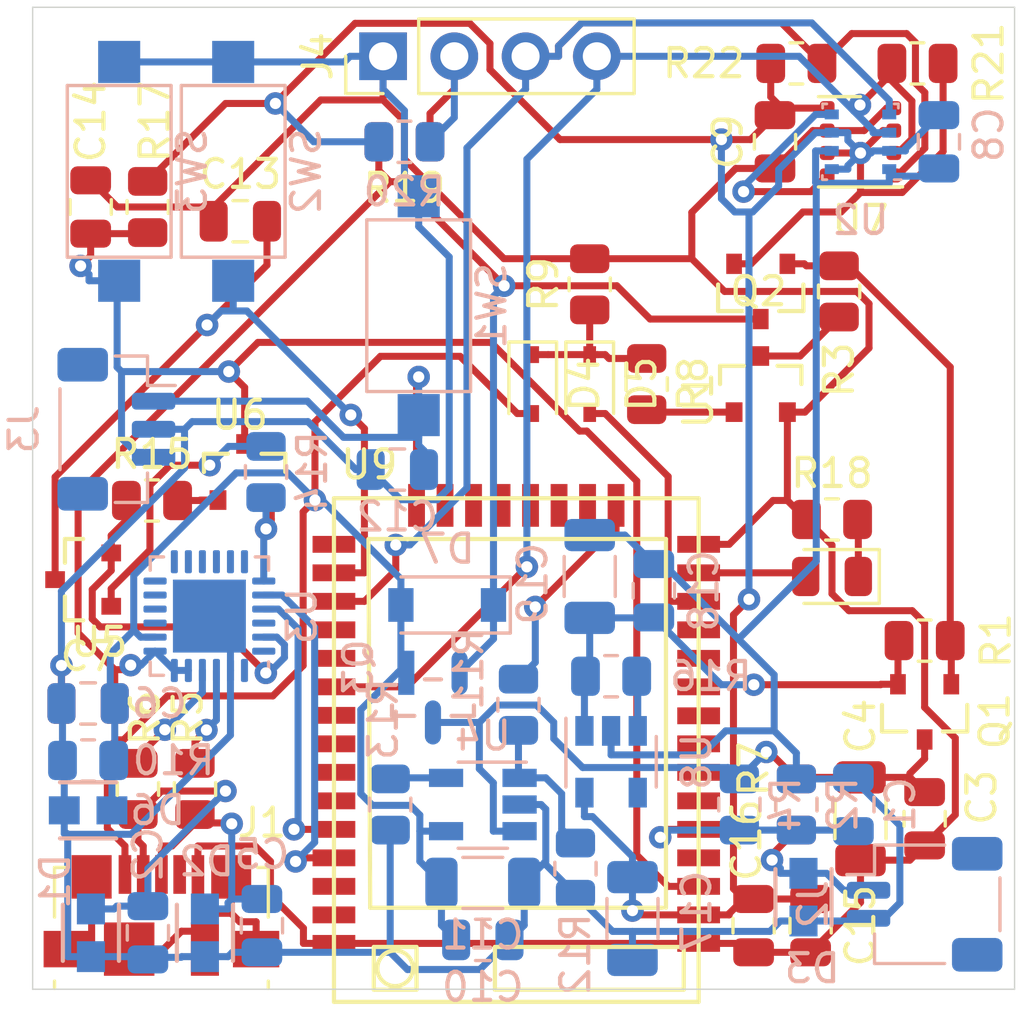
<source format=kicad_pcb>
(kicad_pcb (version 20171130) (host pcbnew "(5.1.9)-1")
  (layers (0 F.Cu signal) (31 B.Cu signal) (34 B.Paste user) (35 F.Paste user) (36 B.SilkS user) (37 F.SilkS user) (38 B.Mask user) (39 F.Mask user) (44 Edge.Cuts user))
  (net 0 "")
  (net 1 MCU_BAT_REF)
  (net 2 GND)
  (net 3 "Net-(C2-Pad2)")
  (net 4 +BATT)
  (net 5 "Net-(C5-Pad2)")
  (net 6 +5V)
  (net 7 +VSW)
  (net 8 +3V3)
  (net 9 MCU_BLE_Adv)
  (net 10 MCU_FLASH)
  (net 11 MCU_RESET)
  (net 12 VCC)
  (net 13 "Net-(D3-Pad1)")
  (net 14 "Net-(D4-Pad1)")
  (net 15 MCU_EN)
  (net 16 "Net-(D8-Pad1)")
  (net 17 MCU_LED)
  (net 18 "Net-(J1-Pad4)")
  (net 19 "Net-(J1-Pad6)")
  (net 20 "Net-(J4-Pad2)")
  (net 21 MCU_SCL)
  (net 22 MCU_SDA)
  (net 23 "Net-(Q1-Pad1)")
  (net 24 "Net-(R3-Pad1)")
  (net 25 USB_D+)
  (net 26 USB_D-)
  (net 27 "Net-(R8-Pad2)")
  (net 28 MCU_CHARGING)
  (net 29 "Net-(R11-Pad1)")
  (net 30 "Net-(R13-Pad2)")
  (net 31 "Net-(R14-Pad2)")
  (net 32 "Net-(R14-Pad1)")
  (net 33 "Net-(R15-Pad1)")
  (net 34 "Net-(R15-Pad2)")
  (net 35 "Net-(R16-Pad1)")
  (net 36 Sensor_add)
  (net 37 "Net-(U3-Pad1)")
  (net 38 "Net-(U3-Pad9)")
  (net 39 "Net-(U3-Pad10)")
  (net 40 "Net-(U3-Pad11)")
  (net 41 "Net-(U3-Pad12)")
  (net 42 "Net-(U3-Pad13)")
  (net 43 "Net-(U3-Pad14)")
  (net 44 "Net-(U3-Pad15)")
  (net 45 "Net-(U3-Pad16)")
  (net 46 "Net-(U3-Pad17)")
  (net 47 "Net-(U3-Pad18)")
  (net 48 MCU_TX)
  (net 49 MCU_RX)
  (net 50 "Net-(U3-Pad22)")
  (net 51 "Net-(U3-Pad24)")
  (net 52 "Net-(U8-Pad4)")
  (net 53 "Net-(U9-Pad12)")
  (net 54 "Net-(U9-Pad11)")
  (net 55 "Net-(U9-Pad10)")
  (net 56 "Net-(U9-Pad9)")
  (net 57 "Net-(U9-Pad8)")
  (net 58 "Net-(U9-Pad7)")
  (net 59 "Net-(U9-Pad6)")
  (net 60 "Net-(U9-Pad4)")
  (net 61 "Net-(U9-Pad28)")
  (net 62 "Net-(U9-Pad33)")
  (net 63 "Net-(U9-Pad27)")
  (net 64 "Net-(U9-Pad31)")
  (net 65 "Net-(U9-Pad24)")
  (net 66 "Net-(U9-Pad36)")
  (net 67 "Net-(U9-Pad37)")
  (net 68 "Net-(U9-Pad30)")
  (net 69 "Net-(U9-Pad32)")
  (net 70 "Net-(U9-Pad17)")
  (net 71 "Net-(U9-Pad18)")
  (net 72 "Net-(U9-Pad19)")
  (net 73 "Net-(U9-Pad20)")
  (net 74 "Net-(U9-Pad21)")
  (net 75 "Net-(U9-Pad22)")
  (module Capacitor_SMD:C_0805_2012Metric (layer B.Cu) (at 254.254 153.416 90)
    (fp_text reference C1 (at 0 1.68 90) (layer B.SilkS) (effects (justify mirror)))
    (fp_text value 10pF hide)
    (pad 1 smd roundrect (at -0.95 0 90) (size 1 1.45) (layers B.Cu B.Paste B.Mask) (net 1 MCU_BAT_REF))
    (pad 2 smd roundrect (at 0.95 0 90) (size 1 1.45) (layers B.Cu B.Paste B.Mask) (net 2 GND))
  )
  (module Capacitor_SMD:C_0805_2012Metric (layer B.Cu) (at 229.108 157.988 90)
    (fp_text reference C2 (at 2.794 0 270) (layer B.SilkS) (effects (justify mirror)))
    (fp_text value 47pF hide)
    (pad 1 smd roundrect (at -0.95 0 90) (size 1 1.45) (layers B.Cu B.Paste B.Mask) (net 2 GND))
    (pad 2 smd roundrect (at 0.95 0 90) (size 1 1.45) (layers B.Cu B.Paste B.Mask) (net 3 "Net-(C2-Pad2)"))
  )
  (module Capacitor_SMD:C_0805_2012Metric (layer F.Cu) (at 256.794 153.924 90)
    (fp_text reference C3 (at 0.762 2.032 90) (layer F.SilkS))
    (fp_text value 100nF hide)
    (pad 2 smd roundrect (at 0.95 0 90) (size 1 1.45) (layers F.Cu F.Paste F.Mask) (net 4 +BATT))
    (pad 1 smd roundrect (at -0.95 0 90) (size 1 1.45) (layers F.Cu F.Paste F.Mask) (net 2 GND))
  )
  (module Capacitor_SMD:C_1206_3216Metric (layer F.Cu) (at 254.508 153.924 270)
    (fp_text reference C4 (at -3.302 0 90) (layer F.SilkS))
    (fp_text value 10uF hide)
    (pad 1 smd roundrect (at -1.475 0 270) (size 1.15 1.8) (layers F.Cu F.Paste F.Mask) (roundrect_rratio 0.217391) (net 4 +BATT))
    (pad 2 smd roundrect (at 1.475 0 270) (size 1.15 1.8) (layers F.Cu F.Paste F.Mask) (roundrect_rratio 0.217391) (net 2 GND))
  )
  (module Capacitor_SMD:C_0805_2012Metric (layer B.Cu) (at 233.172 157.734 90)
    (fp_text reference C5 (at 2.54 0 180) (layer B.SilkS) (effects (justify mirror)))
    (fp_text value 47pF hide)
    (pad 1 smd roundrect (at -0.95 0 90) (size 1 1.45) (layers B.Cu B.Paste B.Mask) (net 2 GND))
    (pad 2 smd roundrect (at 0.95 0 90) (size 1 1.45) (layers B.Cu B.Paste B.Mask) (net 5 "Net-(C5-Pad2)"))
  )
  (module Capacitor_SMD:C_0805_2012Metric (layer B.Cu) (at 226.976 149.814)
    (fp_text reference C6 (at 2.54 0) (layer B.SilkS) (effects (justify mirror)))
    (fp_text value 100pF hide)
    (pad 2 smd roundrect (at 0.95 0) (size 1 1.45) (layers B.Cu B.Paste B.Mask) (net 6 +5V))
    (pad 1 smd roundrect (at -0.95 0) (size 1 1.45) (layers B.Cu B.Paste B.Mask) (net 2 GND))
  )
  (module Capacitor_SMD:C_0805_2012Metric (layer F.Cu) (at 226.976 149.814)
    (fp_text reference C7 (at 0 -1.68) (layer F.SilkS))
    (fp_text value 100nF hide)
    (pad 1 smd roundrect (at -0.95 0) (size 1 1.45) (layers F.Cu F.Paste F.Mask) (net 2 GND))
    (pad 2 smd roundrect (at 0.95 0) (size 1 1.45) (layers F.Cu F.Paste F.Mask) (net 7 +VSW))
  )
  (module Capacitor_SMD:C_0805_2012Metric (layer B.Cu) (at 257.302 129.794 90)
    (fp_text reference C8 (at 0.254 1.778 90) (layer B.SilkS) (effects (justify mirror)))
    (fp_text value 100nF hide)
    (pad 1 smd roundrect (at -0.95 0 90) (size 1 1.45) (layers B.Cu B.Paste B.Mask) (net 2 GND))
    (pad 2 smd roundrect (at 0.95 0 90) (size 1 1.45) (layers B.Cu B.Paste B.Mask) (net 8 +3V3))
  )
  (module Capacitor_SMD:C_0805_2012Metric (layer F.Cu) (at 251.46 129.794 90)
    (fp_text reference C9 (at 0 -1.68 90) (layer F.SilkS))
    (fp_text value 100nF hide)
    (pad 2 smd roundrect (at 0.95 0 90) (size 1 1.45) (layers F.Cu F.Paste F.Mask) (net 8 +3V3))
    (pad 1 smd roundrect (at -0.95 0 90) (size 1 1.45) (layers F.Cu F.Paste F.Mask) (net 2 GND))
  )
  (module Capacitor_SMD:C_0805_2012Metric (layer B.Cu) (at 241.046 158.242)
    (fp_text reference C10 (at 0 1.68) (layer B.SilkS) (effects (justify mirror)))
    (fp_text value 100nF hide)
    (pad 2 smd roundrect (at 0.95 0) (size 1 1.45) (layers B.Cu B.Paste B.Mask) (net 2 GND))
    (pad 1 smd roundrect (at -0.95 0) (size 1 1.45) (layers B.Cu B.Paste B.Mask) (net 6 +5V))
  )
  (module Capacitor_SMD:C_1206_3216Metric (layer B.Cu) (at 241.046 156.21)
    (fp_text reference C11 (at 0 1.85) (layer B.SilkS) (effects (justify mirror)))
    (fp_text value 10uF hide)
    (pad 2 smd roundrect (at 1.475 0) (size 1.15 1.8) (layers B.Cu B.Paste B.Mask) (roundrect_rratio 0.217391) (net 2 GND))
    (pad 1 smd roundrect (at -1.475 0) (size 1.15 1.8) (layers B.Cu B.Paste B.Mask) (roundrect_rratio 0.217391) (net 6 +5V))
  )
  (module Capacitor_SMD:C_0805_2012Metric (layer B.Cu) (at 237.998 141.478)
    (fp_text reference C12 (at 0 1.68 180) (layer B.SilkS) (effects (justify mirror)))
    (fp_text value 100nF hide)
    (pad 1 smd roundrect (at -0.95 0) (size 1 1.45) (layers B.Cu B.Paste B.Mask) (net 2 GND))
    (pad 2 smd roundrect (at 0.95 0) (size 1 1.45) (layers B.Cu B.Paste B.Mask) (net 9 MCU_BLE_Adv))
  )
  (module Capacitor_SMD:C_0805_2012Metric (layer F.Cu) (at 232.402 132.626)
    (fp_text reference C13 (at 0 -1.68) (layer F.SilkS))
    (fp_text value 100nF hide)
    (pad 2 smd roundrect (at 0.95 0) (size 1 1.45) (layers F.Cu F.Paste F.Mask) (net 10 MCU_FLASH))
    (pad 1 smd roundrect (at -0.95 0) (size 1 1.45) (layers F.Cu F.Paste F.Mask) (net 2 GND))
  )
  (module Capacitor_SMD:C_0805_2012Metric (layer F.Cu) (at 227.068 132.118 270)
    (fp_text reference C14 (at -3.048 0 90) (layer F.SilkS))
    (fp_text value 100nF hide)
    (pad 1 smd roundrect (at -0.95 0 270) (size 1 1.45) (layers F.Cu F.Paste F.Mask) (net 2 GND))
    (pad 2 smd roundrect (at 0.95 0 270) (size 1 1.45) (layers F.Cu F.Paste F.Mask) (net 11 MCU_RESET))
  )
  (module Capacitor_SMD:C_0805_2012Metric (layer F.Cu) (at 252.73 157.734 90)
    (fp_text reference C15 (at 0 1.778 90) (layer F.SilkS))
    (fp_text value 10pF hide)
    (pad 2 smd roundrect (at 0.95 0 90) (size 1 1.45) (layers F.Cu F.Paste F.Mask) (net 8 +3V3))
    (pad 1 smd roundrect (at -0.95 0 90) (size 1 1.45) (layers F.Cu F.Paste F.Mask) (net 2 GND))
  )
  (module Capacitor_SMD:C_0805_2012Metric (layer F.Cu) (at 250.698 157.734 90)
    (fp_text reference C16 (at 3.048 -0.254 90) (layer F.SilkS))
    (fp_text value 100nF hide)
    (pad 1 smd roundrect (at -0.95 0 90) (size 1 1.45) (layers F.Cu F.Paste F.Mask) (net 2 GND))
    (pad 2 smd roundrect (at 0.95 0 90) (size 1 1.45) (layers F.Cu F.Paste F.Mask) (net 8 +3V3))
  )
  (module Capacitor_SMD:C_1206_3216Metric (layer B.Cu) (at 246.38 157.48 270)
    (fp_text reference C17 (at -0.254 -2.286 270) (layer B.SilkS) (effects (justify mirror)))
    (fp_text value 100uF hide)
    (pad 1 smd roundrect (at -1.475 0 270) (size 1.15 1.8) (layers B.Cu B.Paste B.Mask) (roundrect_rratio 0.217391) (net 8 +3V3))
    (pad 2 smd roundrect (at 1.475 0 270) (size 1.15 1.8) (layers B.Cu B.Paste B.Mask) (roundrect_rratio 0.217391) (net 2 GND))
  )
  (module Capacitor_SMD:C_0805_2012Metric (layer B.Cu) (at 247.142 145.796 270)
    (fp_text reference C18 (at 0 -1.778 90) (layer B.SilkS) (effects (justify mirror)))
    (fp_text value 100nF hide)
    (pad 2 smd roundrect (at 0.95 0 270) (size 1 1.45) (layers B.Cu B.Paste B.Mask) (net 12 VCC))
    (pad 1 smd roundrect (at -0.95 0 270) (size 1 1.45) (layers B.Cu B.Paste B.Mask) (net 2 GND))
  )
  (module Capacitor_SMD:C_1206_3216Metric (layer B.Cu) (at 244.856 145.288 90)
    (fp_text reference C19 (at -0.254 -2.032 90) (layer B.SilkS) (effects (justify mirror)))
    (fp_text value 100uF hide)
    (pad 2 smd roundrect (at 1.475 0 90) (size 1.15 1.8) (layers B.Cu B.Paste B.Mask) (roundrect_rratio 0.217391) (net 2 GND))
    (pad 1 smd roundrect (at -1.475 0 90) (size 1.15 1.8) (layers B.Cu B.Paste B.Mask) (roundrect_rratio 0.217391) (net 12 VCC))
  )
  (module 0603ESDA2-TR2:Eaton-0603ESDA-0-0-0 (layer B.Cu) (at 227.076 157.988 270)
    (fp_text reference D1 (at -0.762 1.27 270) (layer B.SilkS) (effects (justify right mirror)))
    (fp_text value 0603ESDA2-TR2 hide)
    (pad 2 smd rect (at 0.85 0 270) (size 1.1 1) (layers B.Cu B.Paste B.Mask) (net 2 GND))
    (pad 1 smd rect (at -0.85 0 270) (size 1.1 1) (layers B.Cu B.Paste B.Mask) (net 3 "Net-(C2-Pad2)"))
  )
  (module 0603ESDA2-TR2:Eaton-0603ESDA-0-0-0 (layer B.Cu) (at 231.14 157.988 270)
    (fp_text reference D2 (at -2.54 1.016) (layer B.SilkS) (effects (justify right mirror)))
    (fp_text value 0603ESDA2-TR2 hide)
    (pad 1 smd rect (at -0.85 0 270) (size 1.1 1) (layers B.Cu B.Paste B.Mask) (net 5 "Net-(C5-Pad2)"))
    (pad 2 smd rect (at 0.85 0 270) (size 1.1 1) (layers B.Cu B.Paste B.Mask) (net 2 GND))
  )
  (module 0603ESDA2-TR2:Eaton-0603ESDA-0-0-0 (layer B.Cu) (at 252.476 156.718 270)
    (fp_text reference D3 (at 2.54 0.762) (layer B.SilkS) (effects (justify right mirror)))
    (fp_text value 0603ESDA2-TR2 hide)
    (pad 1 smd rect (at -0.85 0 270) (size 1.1 1) (layers B.Cu B.Paste B.Mask) (net 13 "Net-(D3-Pad1)"))
    (pad 2 smd rect (at 0.85 0 270) (size 1.1 1) (layers B.Cu B.Paste B.Mask) (net 2 GND))
  )
  (module Diode_SMD:D_SOD-323 (layer F.Cu) (at 242.824 138.43 270)
    (fp_text reference D4 (at 0 -1.85 90) (layer F.SilkS))
    (fp_text value 1N4148WS hide)
    (pad 1 smd rect (at -1.05 0 270) (size 0.6 0.45) (layers F.Cu F.Paste F.Mask) (net 14 "Net-(D4-Pad1)"))
    (pad 2 smd rect (at 1.05 0 270) (size 0.6 0.45) (layers F.Cu F.Paste F.Mask) (net 6 +5V))
  )
  (module Diode_SMD:D_SOD-323 (layer F.Cu) (at 244.856 138.43 270)
    (fp_text reference D5 (at 0 -1.85 90) (layer F.SilkS))
    (fp_text value 1N4148WS hide)
    (pad 2 smd rect (at 1.05 0 270) (size 0.6 0.45) (layers F.Cu F.Paste F.Mask) (net 15 MCU_EN))
    (pad 1 smd rect (at -1.05 0 270) (size 0.6 0.45) (layers F.Cu F.Paste F.Mask) (net 14 "Net-(D4-Pad1)"))
  )
  (module 0603ESDA2-TR2:Eaton-0603ESDA-0-0-0 (layer B.Cu) (at 226.976 153.624 180)
    (fp_text reference D6 (at -3.556 0) (layer B.SilkS) (effects (justify left mirror)))
    (fp_text value 0603ESDA2-TR2 hide)
    (pad 2 smd rect (at 0.85 0 180) (size 1.1 1) (layers B.Cu B.Paste B.Mask) (net 2 GND))
    (pad 1 smd rect (at -0.85 0 180) (size 1.1 1) (layers B.Cu B.Paste B.Mask) (net 6 +5V))
  )
  (module Diode_SMD:D_SOD-123 (layer B.Cu) (at 239.776 146.304 180)
    (fp_text reference D7 (at 0 2 180) (layer B.SilkS) (effects (justify mirror)))
    (fp_text value 1N5819 hide)
    (pad 1 smd rect (at -1.65 0 180) (size 0.9 1.2) (layers B.Cu B.Paste B.Mask) (net 7 +VSW))
    (pad 2 smd rect (at 1.65 0 180) (size 0.9 1.2) (layers B.Cu B.Paste B.Mask) (net 6 +5V))
  )
  (module LED_SMD:LED_0805_2012Metric (layer F.Cu) (at 253.492 145.288 180)
    (fp_text reference D8 hide)
    (fp_text value LED)
    (pad 1 smd roundrect (at -0.9375 0 180) (size 0.975 1.4) (layers F.Cu F.Paste F.Mask) (net 16 "Net-(D8-Pad1)"))
    (pad 2 smd roundrect (at 0.9375 0 180) (size 0.975 1.4) (layers F.Cu F.Paste F.Mask) (net 17 MCU_LED))
  )
  (module Connector_USB:USB_Micro-B_Molex_47346-0001 (layer F.Cu) (at 229.59 157.37)
    (fp_text reference J1 (at 3.582 -3.3 180) (layer F.SilkS))
    (fp_text value USB_B_Micro hide)
    (pad 1 smd rect (at -1.3 -1.46) (size 0.45 1.38) (layers F.Cu F.Paste F.Mask) (net 6 +5V))
    (pad 2 smd rect (at -0.65 -1.46) (size 0.45 1.38) (layers F.Cu F.Paste F.Mask) (net 3 "Net-(C2-Pad2)"))
    (pad 3 smd rect (at 0 -1.46) (size 0.45 1.38) (layers F.Cu F.Paste F.Mask) (net 5 "Net-(C5-Pad2)"))
    (pad 4 smd rect (at 0.65 -1.46) (size 0.45 1.38) (layers F.Cu F.Paste F.Mask) (net 18 "Net-(J1-Pad4)"))
    (pad 5 smd rect (at 1.3 -1.46) (size 0.45 1.38) (layers F.Cu F.Paste F.Mask) (net 2 GND))
    (pad 6 smd rect (at -2.4875 -1.375) (size 1.425 1.55) (layers F.Cu F.Paste F.Mask) (net 19 "Net-(J1-Pad6)"))
    (pad 6 smd rect (at 2.4875 -1.375) (size 1.425 1.55) (layers F.Cu F.Paste F.Mask) (net 19 "Net-(J1-Pad6)"))
    (pad 6 smd rect (at -3.375 1.2) (size 1.65 1.3) (layers F.Cu F.Paste F.Mask) (net 19 "Net-(J1-Pad6)"))
    (pad 6 smd rect (at 3.375 1.2) (size 1.65 1.3) (layers F.Cu F.Paste F.Mask) (net 19 "Net-(J1-Pad6)"))
    (pad 6 smd rect (at -1.15 1.2) (size 1.8 1.9) (layers F.Cu F.Paste F.Mask) (net 19 "Net-(J1-Pad6)"))
    (pad 6 smd rect (at 1.55 1.2) (size 1 1.9) (layers F.Cu F.Paste F.Mask) (net 19 "Net-(J1-Pad6)"))
  )
  (module Connector_JST:JST_SH_SM02B-SRSS-TB_1x02-1MP_P1.00mm_Horizontal (layer B.Cu) (at 256.794 156.972 270)
    (fp_text reference J2 (at 0 3.98 270) (layer B.SilkS) (effects (justify mirror)))
    (fp_text value Battery hide)
    (pad 1 smd roundrect (at -0.5 2 270) (size 0.6 1.55) (layers B.Cu B.Paste B.Mask) (net 13 "Net-(D3-Pad1)"))
    (pad 2 smd roundrect (at 0.5 2 270) (size 0.6 1.55) (layers B.Cu B.Paste B.Mask) (net 2 GND))
    (pad MP smd roundrect (at -1.8 -1.875 270) (size 1.2 1.8) (layers B.Cu B.Paste B.Mask) (roundrect_rratio 0.208333))
    (pad MP smd roundrect (at 1.8 -1.875 270) (size 1.2 1.8) (layers B.Cu B.Paste B.Mask) (roundrect_rratio 0.208333))
  )
  (module Connector_JST:JST_SH_BM03B-SRSS-TB_1x03-1MP_P1.00mm_Vertical (layer B.Cu) (at 227.984 140.04 270)
    (fp_text reference J3 (at 0 3.3 90) (layer B.SilkS) (effects (justify mirror)))
    (fp_text value Ext hide)
    (pad 1 smd roundrect (at -1 -1.325 270) (size 0.6 1.55) (layers B.Cu B.Paste B.Mask) (net 9 MCU_BLE_Adv))
    (pad 2 smd roundrect (at 0 -1.325 270) (size 0.6 1.55) (layers B.Cu B.Paste B.Mask) (net 2 GND))
    (pad 3 smd roundrect (at 1 -1.325 270) (size 0.6 1.55) (layers B.Cu B.Paste B.Mask) (net 11 MCU_RESET))
    (pad MP smd roundrect (at -2.3 1.2 270) (size 1.2 1.8) (layers B.Cu B.Paste B.Mask) (roundrect_rratio 0.208333))
    (pad MP smd roundrect (at 2.3 1.2 270) (size 1.2 1.8) (layers B.Cu B.Paste B.Mask) (roundrect_rratio 0.208333))
  )
  (module Connector_PinHeader_2.54mm:PinHeader_1x04_P2.54mm_Vertical (layer F.Cu) (at 237.49 126.746 90)
    (fp_text reference J4 (at 0 -2.33 90) (layer F.SilkS))
    (fp_text value OLED)
    (pad 1 thru_hole rect (at 0 0 90) (size 1.7 1.7) (drill 1) (layers *.Cu *.Mask) (net 2 GND))
    (pad 2 thru_hole oval (at 0 2.54 90) (size 1.7 1.7) (drill 1) (layers *.Cu *.Mask) (net 20 "Net-(J4-Pad2)"))
    (pad 3 thru_hole oval (at 0 5.08 90) (size 1.7 1.7) (drill 1) (layers *.Cu *.Mask) (net 21 MCU_SCL))
    (pad 4 thru_hole oval (at 0 7.62 90) (size 1.7 1.7) (drill 1) (layers *.Cu *.Mask) (net 22 MCU_SDA))
  )
  (module SI2301:Vishay-S-03946-07_2001-K-0 (layer F.Cu) (at 256.794 150.114 180)
    (fp_text reference Q1 (at -2.5 0.77 270) (layer F.SilkS) (effects (justify right)))
    (fp_text value SI2301 hide)
    (pad 3 smd rect (at 0 -0.9845 180) (size 0.559 0.724) (layers F.Cu F.Paste F.Mask) (net 4 +BATT))
    (pad 2 smd rect (at 0.95 0.9845 180) (size 0.559 0.724) (layers F.Cu F.Paste F.Mask) (net 12 VCC))
    (pad 1 smd rect (at -0.95 0.9845 180) (size 0.559 0.724) (layers F.Cu F.Paste F.Mask) (net 23 "Net-(Q1-Pad1)"))
  )
  (module SI2301:Vishay-S-03946-07_2001-K-0 (layer F.Cu) (at 250.952 135.128 180)
    (fp_text reference Q2 (at -1.016 0) (layer F.SilkS) (effects (justify right)))
    (fp_text value SI2301 hide)
    (pad 1 smd rect (at -0.95 0.9845 180) (size 0.559 0.724) (layers F.Cu F.Paste F.Mask) (net 23 "Net-(Q1-Pad1)"))
    (pad 2 smd rect (at 0.95 0.9845 180) (size 0.559 0.724) (layers F.Cu F.Paste F.Mask) (net 8 +3V3))
    (pad 3 smd rect (at 0 -0.9845 180) (size 0.559 0.724) (layers F.Cu F.Paste F.Mask) (net 7 +VSW))
  )
  (module SI2307:Vishay-S-03946-07_2001-K-IPC_B (layer B.Cu) (at 239.268 149.606 270)
    (fp_text reference Q3 (at -2.172304 2.66 90) (layer B.SilkS) (effects (justify left mirror)))
    (fp_text value SI2307CDS-T1-GE3 hide)
    (pad 1 smd rect (at -0.88513 0.95 270) (size 1.574348 0.575831) (layers B.Cu B.Paste B.Mask) (net 6 +5V))
    (pad 2 smd roundrect (at -0.88513 -0.950001 270) (size 1.574348 0.575831) (layers B.Cu B.Paste B.Mask) (roundrect_rratio 0.5) (net 7 +VSW))
    (pad 3 smd roundrect (at 0.88513 -0.000001 270) (size 1.574348 0.575831) (layers B.Cu B.Paste B.Mask) (roundrect_rratio 0.5) (net 4 +BATT))
  )
  (module Resistor_SMD:R_0805_2012Metric (layer F.Cu) (at 256.794 147.574 180)
    (fp_text reference R1 (at -2.54 0 90) (layer F.SilkS))
    (fp_text value 100K hide)
    (pad 2 smd roundrect (at 0.9125 0 180) (size 1.025 1.4) (layers F.Cu F.Paste F.Mask) (roundrect_rratio 0.243902) (net 12 VCC))
    (pad 1 smd roundrect (at -0.9125 0 180) (size 1.025 1.4) (layers F.Cu F.Paste F.Mask) (roundrect_rratio 0.243902) (net 23 "Net-(Q1-Pad1)"))
  )
  (module Resistor_SMD:R_0805_2012Metric (layer B.Cu) (at 252.222 153.416 90)
    (fp_text reference R2 (at 0 1.65 90) (layer B.SilkS) (effects (justify mirror)))
    (fp_text value 100K hide)
    (pad 2 smd roundrect (at 0.9125 0 90) (size 1.025 1.4) (layers B.Cu B.Paste B.Mask) (roundrect_rratio 0.243902) (net 2 GND))
    (pad 1 smd roundrect (at -0.9125 0 90) (size 1.025 1.4) (layers B.Cu B.Paste B.Mask) (roundrect_rratio 0.243902) (net 1 MCU_BAT_REF))
  )
  (module Resistor_SMD:R_0805_2012Metric (layer F.Cu) (at 253.746 135.128 90)
    (fp_text reference R3 (at -2.794 0 90) (layer F.SilkS))
    (fp_text value 1K hide)
    (pad 1 smd roundrect (at -0.9125 0 90) (size 1.025 1.4) (layers F.Cu F.Paste F.Mask) (roundrect_rratio 0.243902) (net 24 "Net-(R3-Pad1)"))
    (pad 2 smd roundrect (at 0.9125 0 90) (size 1.025 1.4) (layers F.Cu F.Paste F.Mask) (roundrect_rratio 0.243902) (net 23 "Net-(Q1-Pad1)"))
  )
  (module Resistor_SMD:R_0805_2012Metric (layer B.Cu) (at 250.19 153.416 90)
    (fp_text reference R4 (at 0 1.65 90) (layer B.SilkS) (effects (justify mirror)))
    (fp_text value 100K hide)
    (pad 1 smd roundrect (at -0.9125 0 90) (size 1.025 1.4) (layers B.Cu B.Paste B.Mask) (roundrect_rratio 0.243902) (net 1 MCU_BAT_REF))
    (pad 2 smd roundrect (at 0.9125 0 90) (size 1.025 1.4) (layers B.Cu B.Paste B.Mask) (roundrect_rratio 0.243902) (net 4 +BATT))
  )
  (module Resistor_SMD:R_0805_2012Metric (layer F.Cu) (at 230.786 152.862 90)
    (fp_text reference R5 (at 2.54 -0.254 90) (layer F.SilkS))
    (fp_text value 33R hide)
    (pad 1 smd roundrect (at -0.9125 0 90) (size 1.025 1.4) (layers F.Cu F.Paste F.Mask) (roundrect_rratio 0.243902) (net 5 "Net-(C5-Pad2)"))
    (pad 2 smd roundrect (at 0.9125 0 90) (size 1.025 1.4) (layers F.Cu F.Paste F.Mask) (roundrect_rratio 0.243902) (net 25 USB_D+))
  )
  (module Resistor_SMD:R_0805_2012Metric (layer F.Cu) (at 228.754 152.862 90)
    (fp_text reference R6 (at 2.54 0.254 90) (layer F.SilkS))
    (fp_text value 33R hide)
    (pad 2 smd roundrect (at 0.9125 0 90) (size 1.025 1.4) (layers F.Cu F.Paste F.Mask) (roundrect_rratio 0.243902) (net 26 USB_D-))
    (pad 1 smd roundrect (at -0.9125 0 90) (size 1.025 1.4) (layers F.Cu F.Paste F.Mask) (roundrect_rratio 0.243902) (net 3 "Net-(C2-Pad2)"))
  )
  (module Resistor_SMD:R_0805_2012Metric (layer F.Cu) (at 252.222 153.416 90)
    (fp_text reference R7 (at 1.27 -1.524 90) (layer F.SilkS))
    (fp_text value 0R hide)
    (pad 1 smd roundrect (at -0.9125 0 90) (size 1.025 1.4) (layers F.Cu F.Paste F.Mask) (roundrect_rratio 0.243902) (net 13 "Net-(D3-Pad1)"))
    (pad 2 smd roundrect (at 0.9125 0 90) (size 1.025 1.4) (layers F.Cu F.Paste F.Mask) (roundrect_rratio 0.243902) (net 4 +BATT))
  )
  (module Resistor_SMD:R_0805_2012Metric (layer F.Cu) (at 246.888 138.43 270)
    (fp_text reference R8 (at 0 -1.65 90) (layer F.SilkS))
    (fp_text value 10K hide)
    (pad 2 smd roundrect (at 0.9125 0 270) (size 1.025 1.4) (layers F.Cu F.Paste F.Mask) (roundrect_rratio 0.243902) (net 27 "Net-(R8-Pad2)"))
    (pad 1 smd roundrect (at -0.9125 0 270) (size 1.025 1.4) (layers F.Cu F.Paste F.Mask) (roundrect_rratio 0.243902) (net 14 "Net-(D4-Pad1)"))
  )
  (module Resistor_SMD:R_0805_2012Metric (layer F.Cu) (at 244.856 134.874 90)
    (fp_text reference R9 (at 0 -1.65 90) (layer F.SilkS))
    (fp_text value 100K hide)
    (pad 1 smd roundrect (at -0.9125 0 90) (size 1.025 1.4) (layers F.Cu F.Paste F.Mask) (roundrect_rratio 0.243902) (net 14 "Net-(D4-Pad1)"))
    (pad 2 smd roundrect (at 0.9125 0 90) (size 1.025 1.4) (layers F.Cu F.Paste F.Mask) (roundrect_rratio 0.243902) (net 2 GND))
  )
  (module Resistor_SMD:R_0805_2012Metric (layer B.Cu) (at 226.976 151.846)
    (fp_text reference R10 (at 3.048 0) (layer B.SilkS) (effects (justify mirror)))
    (fp_text value 100K hide)
    (pad 1 smd roundrect (at -0.9125 0) (size 1.025 1.4) (layers B.Cu B.Paste B.Mask) (roundrect_rratio 0.243902) (net 2 GND))
    (pad 2 smd roundrect (at 0.9125 0) (size 1.025 1.4) (layers B.Cu B.Paste B.Mask) (roundrect_rratio 0.243902) (net 6 +5V))
  )
  (module Resistor_SMD:R_0805_2012Metric (layer B.Cu) (at 242.316 149.86 90)
    (fp_text reference R11 (at 1.27 -1.778 90) (layer B.SilkS) (effects (justify mirror)))
    (fp_text value 10K hide)
    (pad 2 smd roundrect (at 0.9125 0 90) (size 1.025 1.4) (layers B.Cu B.Paste B.Mask) (roundrect_rratio 0.243902) (net 28 MCU_CHARGING))
    (pad 1 smd roundrect (at -0.9125 0 90) (size 1.025 1.4) (layers B.Cu B.Paste B.Mask) (roundrect_rratio 0.243902) (net 29 "Net-(R11-Pad1)"))
  )
  (module Resistor_SMD:R_0805_2012Metric (layer B.Cu) (at 244.348 155.702 90)
    (fp_text reference R12 (at -3.048 0 270) (layer B.SilkS) (effects (justify mirror)))
    (fp_text value 33K hide)
    (pad 1 smd roundrect (at -0.9125 0 90) (size 1.025 1.4) (layers B.Cu B.Paste B.Mask) (roundrect_rratio 0.243902) (net 2 GND))
    (pad 2 smd roundrect (at 0.9125 0 90) (size 1.025 1.4) (layers B.Cu B.Paste B.Mask) (roundrect_rratio 0.243902) (net 29 "Net-(R11-Pad1)"))
  )
  (module Resistor_SMD:R_0805_2012Metric (layer B.Cu) (at 237.744 153.416 90)
    (fp_text reference R13 (at 3.048 -0.254 90) (layer B.SilkS) (effects (justify mirror)))
    (fp_text value 2K hide)
    (pad 2 smd roundrect (at 0.9125 0 90) (size 1.025 1.4) (layers B.Cu B.Paste B.Mask) (roundrect_rratio 0.243902) (net 30 "Net-(R13-Pad2)"))
    (pad 1 smd roundrect (at -0.9125 0 90) (size 1.025 1.4) (layers B.Cu B.Paste B.Mask) (roundrect_rratio 0.243902) (net 2 GND))
  )
  (module Resistor_SMD:R_0805_2012Metric (layer B.Cu) (at 233.318 141.564 90)
    (fp_text reference R14 (at 0 1.65 270) (layer B.SilkS) (effects (justify mirror)))
    (fp_text value 10K hide)
    (pad 2 smd roundrect (at 0.9125 0 90) (size 1.025 1.4) (layers B.Cu B.Paste B.Mask) (roundrect_rratio 0.243902) (net 31 "Net-(R14-Pad2)"))
    (pad 1 smd roundrect (at -0.9125 0 90) (size 1.025 1.4) (layers B.Cu B.Paste B.Mask) (roundrect_rratio 0.243902) (net 32 "Net-(R14-Pad1)"))
  )
  (module Resistor_SMD:R_0805_2012Metric (layer F.Cu) (at 229.254 142.58)
    (fp_text reference R15 (at 0 -1.65) (layer F.SilkS))
    (fp_text value 10K hide)
    (pad 1 smd roundrect (at -0.9125 0) (size 1.025 1.4) (layers F.Cu F.Paste F.Mask) (roundrect_rratio 0.243902) (net 33 "Net-(R15-Pad1)"))
    (pad 2 smd roundrect (at 0.9125 0) (size 1.025 1.4) (layers F.Cu F.Paste F.Mask) (roundrect_rratio 0.243902) (net 34 "Net-(R15-Pad2)"))
  )
  (module Resistor_SMD:R_0805_2012Metric (layer B.Cu) (at 245.618 148.844 180)
    (fp_text reference R16 (at -3.556 0) (layer B.SilkS) (effects (justify mirror)))
    (fp_text value 100K hide)
    (pad 1 smd roundrect (at -0.9125 0 180) (size 1.025 1.4) (layers B.Cu B.Paste B.Mask) (roundrect_rratio 0.243902) (net 35 "Net-(R16-Pad1)"))
    (pad 2 smd roundrect (at 0.9125 0 180) (size 1.025 1.4) (layers B.Cu B.Paste B.Mask) (roundrect_rratio 0.243902) (net 12 VCC))
  )
  (module Resistor_SMD:R_0805_2012Metric (layer F.Cu) (at 229.1 132.118 90)
    (fp_text reference R17 (at 3.048 0.254 90) (layer F.SilkS))
    (fp_text value 100K hide)
    (pad 2 smd roundrect (at 0.9125 0 90) (size 1.025 1.4) (layers F.Cu F.Paste F.Mask) (roundrect_rratio 0.243902) (net 8 +3V3))
    (pad 1 smd roundrect (at -0.9125 0 90) (size 1.025 1.4) (layers F.Cu F.Paste F.Mask) (roundrect_rratio 0.243902) (net 11 MCU_RESET))
  )
  (module Resistor_SMD:R_0805_2012Metric (layer F.Cu) (at 253.492 143.256)
    (fp_text reference R18 (at 0 -1.65) (layer F.SilkS))
    (fp_text value 33R hide)
    (pad 2 smd roundrect (at 0.9125 0) (size 1.025 1.4) (layers F.Cu F.Paste F.Mask) (roundrect_rratio 0.243902) (net 16 "Net-(D8-Pad1)"))
    (pad 1 smd roundrect (at -0.9125 0) (size 1.025 1.4) (layers F.Cu F.Paste F.Mask) (roundrect_rratio 0.243902) (net 2 GND))
  )
  (module Resistor_SMD:R_0805_2012Metric (layer F.Cu) (at 238.252 129.794 180)
    (fp_text reference R19 (at 0 -1.65) (layer F.SilkS))
    (fp_text value 0K hide)
    (pad 2 smd roundrect (at 0.9125 0 180) (size 1.025 1.4) (layers F.Cu F.Paste F.Mask) (roundrect_rratio 0.243902) (net 7 +VSW))
    (pad 1 smd roundrect (at -0.9125 0 180) (size 1.025 1.4) (layers F.Cu F.Paste F.Mask) (roundrect_rratio 0.243902) (net 20 "Net-(J4-Pad2)"))
  )
  (module Resistor_SMD:R_0805_2012Metric (layer B.Cu) (at 238.252 129.794 180)
    (fp_text reference R20 (at 0 -1.778) (layer B.SilkS) (effects (justify mirror)))
    (fp_text value 0K hide)
    (pad 1 smd roundrect (at -0.9125 0 180) (size 1.025 1.4) (layers B.Cu B.Paste B.Mask) (roundrect_rratio 0.243902) (net 20 "Net-(J4-Pad2)"))
    (pad 2 smd roundrect (at 0.9125 0 180) (size 1.025 1.4) (layers B.Cu B.Paste B.Mask) (roundrect_rratio 0.243902) (net 8 +3V3))
  )
  (module Button_Switch_SMD:SW_SPST_CK_RS282G05A3 (layer B.Cu) (at 238.76 135.636 90)
    (fp_text reference SW1 (at 0 2.6 270) (layer B.SilkS) (effects (justify mirror)))
    (fp_text value "MCU BLE Adv" hide)
    (pad 1 smd rect (at -3.9 0 90) (size 1.5 1.5) (layers B.Cu B.Paste B.Mask) (net 9 MCU_BLE_Adv))
    (pad 2 smd rect (at 3.9 0 90) (size 1.5 1.5) (layers B.Cu B.Paste B.Mask) (net 2 GND))
  )
  (module Button_Switch_SMD:SW_SPST_CK_RS282G05A3 (layer B.Cu) (at 232.148 130.848 90)
    (fp_text reference SW2 (at 0 2.6 90) (layer B.SilkS) (effects (justify mirror)))
    (fp_text value "MCU FLASH" hide)
    (pad 1 smd rect (at -3.9 0 90) (size 1.5 1.5) (layers B.Cu B.Paste B.Mask) (net 10 MCU_FLASH))
    (pad 2 smd rect (at 3.9 0 90) (size 1.5 1.5) (layers B.Cu B.Paste B.Mask) (net 2 GND))
  )
  (module Button_Switch_SMD:SW_SPST_CK_RS282G05A3 (layer B.Cu) (at 228.084 130.848 90)
    (fp_text reference SW3 (at 0 2.6 -90) (layer B.SilkS) (effects (justify mirror)))
    (fp_text value "MCU RESET" hide)
    (pad 2 smd rect (at 3.9 0 90) (size 1.5 1.5) (layers B.Cu B.Paste B.Mask) (net 2 GND))
    (pad 1 smd rect (at -3.9 0 90) (size 1.5 1.5) (layers B.Cu B.Paste B.Mask) (net 11 MCU_RESET))
  )
  (module PMBT3904:NXP-PMBT3904,215-0 (layer F.Cu) (at 250.952 138.43 90)
    (fp_text reference U1 (at -1.675 -2.225 90) (layer F.SilkS) (effects (justify left)))
    (fp_text value PMBT3904 hide)
    (pad 1 smd rect (at -1 -0.95 90) (size 0.7 0.6) (layers F.Cu F.Mask) (net 27 "Net-(R8-Pad2)"))
    (pad 2 smd rect (at -1 0.95 90) (size 0.7 0.6) (layers F.Cu F.Mask) (net 2 GND))
    (pad 3 smd rect (at 1 0 90) (size 0.7 0.6) (layers F.Cu F.Mask) (net 24 "Net-(R3-Pad1)"))
  )
  (module Package_LGA:Bosch_LGA-8_2.5x2.5mm_P0.65mm_ClockwisePinNumbering (layer B.Cu) (at 254.508 129.794 90)
    (fp_text reference U2 (at -2.794 0 180) (layer B.SilkS) (effects (justify mirror)))
    (fp_text value BME280 hide)
    (pad 4 smd rect (at 0.975 1.025) (size 0.5 0.35) (layers B.Cu B.Paste B.Mask) (net 21 MCU_SCL))
    (pad 3 smd rect (at 0.325 1.025) (size 0.5 0.35) (layers B.Cu B.Paste B.Mask) (net 22 MCU_SDA))
    (pad 2 smd rect (at -0.325 1.025) (size 0.5 0.35) (layers B.Cu B.Paste B.Mask) (net 8 +3V3))
    (pad 1 smd rect (at -0.975 1.025) (size 0.5 0.35) (layers B.Cu B.Paste B.Mask) (net 2 GND))
    (pad 8 smd rect (at -0.975 -1.025) (size 0.5 0.35) (layers B.Cu B.Paste B.Mask) (net 8 +3V3))
    (pad 7 smd rect (at -0.325 -1.025) (size 0.5 0.35) (layers B.Cu B.Paste B.Mask) (net 2 GND))
    (pad 6 smd rect (at 0.325 -1.025) (size 0.5 0.35) (layers B.Cu B.Paste B.Mask) (net 8 +3V3))
    (pad 5 smd rect (at 0.975 -1.025) (size 0.5 0.35) (layers B.Cu B.Paste B.Mask) (net 36 Sensor_add))
  )
  (module Package_DFN_QFN:QFN-24-1EP_4x4mm_P0.5mm_EP2.6x2.6mm (layer B.Cu) (at 231.3 146.7 90)
    (fp_text reference U3 (at 0 3.3 270) (layer B.SilkS) (effects (justify mirror)))
    (fp_text value CP2104 hide)
    (pad 1 smd roundrect (at -1.9375 1.25 90) (size 0.825 0.25) (layers B.Cu B.Paste B.Mask) (net 37 "Net-(U3-Pad1)"))
    (pad 2 smd roundrect (at -1.9375 0.75 90) (size 0.825 0.25) (layers B.Cu B.Paste B.Mask) (net 2 GND))
    (pad 3 smd roundrect (at -1.9375 0.25 90) (size 0.825 0.25) (layers B.Cu B.Paste B.Mask) (net 25 USB_D+))
    (pad 4 smd roundrect (at -1.9375 -0.25 90) (size 0.825 0.25) (layers B.Cu B.Paste B.Mask) (net 26 USB_D-))
    (pad 5 smd roundrect (at -1.9375 -0.75 90) (size 0.825 0.25) (layers B.Cu B.Paste B.Mask) (net 7 +VSW))
    (pad 6 smd roundrect (at -1.9375 -1.25 90) (size 0.825 0.25) (layers B.Cu B.Paste B.Mask) (net 7 +VSW))
    (pad 7 smd roundrect (at -1.25 -1.9375 90) (size 0.25 0.825) (layers B.Cu B.Paste B.Mask) (net 7 +VSW))
    (pad 8 smd roundrect (at -0.75 -1.9375 90) (size 0.25 0.825) (layers B.Cu B.Paste B.Mask) (net 6 +5V))
    (pad 9 smd roundrect (at -0.25 -1.9375 90) (size 0.25 0.825) (layers B.Cu B.Paste B.Mask) (net 38 "Net-(U3-Pad9)"))
    (pad 10 smd roundrect (at 0.25 -1.9375 90) (size 0.25 0.825) (layers B.Cu B.Paste B.Mask) (net 39 "Net-(U3-Pad10)"))
    (pad 11 smd roundrect (at 0.75 -1.9375 90) (size 0.25 0.825) (layers B.Cu B.Paste B.Mask) (net 40 "Net-(U3-Pad11)"))
    (pad 12 smd roundrect (at 1.25 -1.9375 90) (size 0.25 0.825) (layers B.Cu B.Paste B.Mask) (net 41 "Net-(U3-Pad12)"))
    (pad 13 smd roundrect (at 1.9375 -1.25 90) (size 0.825 0.25) (layers B.Cu B.Paste B.Mask) (net 42 "Net-(U3-Pad13)"))
    (pad 14 smd roundrect (at 1.9375 -0.75 90) (size 0.825 0.25) (layers B.Cu B.Paste B.Mask) (net 43 "Net-(U3-Pad14)"))
    (pad 15 smd roundrect (at 1.9375 -0.25 90) (size 0.825 0.25) (layers B.Cu B.Paste B.Mask) (net 44 "Net-(U3-Pad15)"))
    (pad 16 smd roundrect (at 1.9375 0.25 90) (size 0.825 0.25) (layers B.Cu B.Paste B.Mask) (net 45 "Net-(U3-Pad16)"))
    (pad 17 smd roundrect (at 1.9375 0.75 90) (size 0.825 0.25) (layers B.Cu B.Paste B.Mask) (net 46 "Net-(U3-Pad17)"))
    (pad 18 smd roundrect (at 1.9375 1.25 90) (size 0.825 0.25) (layers B.Cu B.Paste B.Mask) (net 47 "Net-(U3-Pad18)"))
    (pad 19 smd roundrect (at 1.25 1.9375 90) (size 0.25 0.825) (layers B.Cu B.Paste B.Mask) (net 32 "Net-(R14-Pad1)"))
    (pad 20 smd roundrect (at 0.75 1.9375 90) (size 0.25 0.825) (layers B.Cu B.Paste B.Mask) (net 48 MCU_TX))
    (pad 21 smd roundrect (at 0.25 1.9375 90) (size 0.25 0.825) (layers B.Cu B.Paste B.Mask) (net 49 MCU_RX))
    (pad 22 smd roundrect (at -0.25 1.9375 90) (size 0.25 0.825) (layers B.Cu B.Paste B.Mask) (net 50 "Net-(U3-Pad22)"))
    (pad 23 smd roundrect (at -0.75 1.9375 90) (size 0.25 0.825) (layers B.Cu B.Paste B.Mask) (net 33 "Net-(R15-Pad1)"))
    (pad 24 smd roundrect (at -1.25 1.9375 90) (size 0.25 0.825) (layers B.Cu B.Paste B.Mask) (net 51 "Net-(U3-Pad24)"))
    (pad 25 smd rect (at 0 0 90) (size 2.6 2.6) (layers B.Cu B.Mask) (net 2 GND))
  )
  (module Package_TO_SOT_SMD:TSOT-23-5 (layer B.Cu) (at 241.046 153.416 180)
    (fp_text reference U4 (at 0 2.45) (layer B.SilkS) (effects (justify mirror)))
    (fp_text value LTC4054ES5-4.2 hide)
    (pad 1 smd rect (at -1.31 0.95 180) (size 1.22 0.65) (layers B.Cu B.Paste B.Mask) (net 29 "Net-(R11-Pad1)"))
    (pad 2 smd rect (at -1.31 0 180) (size 1.22 0.65) (layers B.Cu B.Paste B.Mask) (net 2 GND))
    (pad 3 smd rect (at -1.31 -0.95 180) (size 1.22 0.65) (layers B.Cu B.Paste B.Mask) (net 4 +BATT))
    (pad 4 smd rect (at 1.31 -0.95 180) (size 1.22 0.65) (layers B.Cu B.Paste B.Mask) (net 6 +5V))
    (pad 5 smd rect (at 1.31 0.95 180) (size 1.22 0.65) (layers B.Cu B.Paste B.Mask) (net 30 "Net-(R13-Pad2)"))
  )
  (module PMBT3904:NXP-PMBT3904,215-0 (layer F.Cu) (at 226.8 145.4 180)
    (fp_text reference U5 (at -1.675 -2.225) (layer F.SilkS) (effects (justify right)))
    (fp_text value PMBT3904 hide)
    (pad 1 smd rect (at -1 -0.95 180) (size 0.7 0.6) (layers F.Cu F.Mask) (net 31 "Net-(R14-Pad2)"))
    (pad 2 smd rect (at -1 0.95 180) (size 0.7 0.6) (layers F.Cu F.Mask) (net 33 "Net-(R15-Pad1)"))
    (pad 3 smd rect (at 1 0 180) (size 0.7 0.6) (layers F.Cu F.Mask) (net 10 MCU_FLASH))
  )
  (module PMBT3904:NXP-PMBT3904,215-0 (layer F.Cu) (at 232.556 141.564 90)
    (fp_text reference U6 (at 2.032 -1.27 180) (layer F.SilkS) (effects (justify left)))
    (fp_text value PMBT3904 hide)
    (pad 3 smd rect (at 1 0 90) (size 0.7 0.6) (layers F.Cu F.Mask) (net 11 MCU_RESET))
    (pad 2 smd rect (at -1 0.95 90) (size 0.7 0.6) (layers F.Cu F.Mask) (net 32 "Net-(R14-Pad1)"))
    (pad 1 smd rect (at -1 -0.95 90) (size 0.7 0.6) (layers F.Cu F.Mask) (net 34 "Net-(R15-Pad2)"))
  )
  (module Package_LGA:Bosch_LGA-8_3x3mm_P0.8mm_ClockwisePinNumbering (layer F.Cu) (at 254.508 129.794 270)
    (fp_text reference U7 (at 2.794 0) (layer F.SilkS))
    (fp_text value BME680 hide)
    (pad 1 smd roundrect (at -1.2 -1.1875 270) (size 0.5 0.525) (layers F.Cu F.Paste F.Mask) (net 2 GND))
    (pad 2 smd roundrect (at -0.4 -1.1875 270) (size 0.5 0.525) (layers F.Cu F.Paste F.Mask) (net 8 +3V3))
    (pad 3 smd roundrect (at 0.4 -1.1875 270) (size 0.5 0.525) (layers F.Cu F.Paste F.Mask) (net 22 MCU_SDA))
    (pad 4 smd roundrect (at 1.2 -1.1875 270) (size 0.5 0.525) (layers F.Cu F.Paste F.Mask) (net 21 MCU_SCL))
    (pad 5 smd roundrect (at 1.2 1.1875 270) (size 0.5 0.525) (layers F.Cu F.Paste F.Mask) (net 36 Sensor_add))
    (pad 6 smd roundrect (at 0.4 1.1875 270) (size 0.5 0.525) (layers F.Cu F.Paste F.Mask) (net 8 +3V3))
    (pad 7 smd roundrect (at -0.4 1.1875 270) (size 0.5 0.525) (layers F.Cu F.Paste F.Mask) (net 2 GND))
    (pad 8 smd roundrect (at -1.2 1.1875 270) (size 0.5 0.525) (layers F.Cu F.Paste F.Mask) (net 8 +3V3))
  )
  (module Package_TO_SOT_SMD:SOT-23-5 (layer B.Cu) (at 245.618 151.892 270)
    (fp_text reference U8 (at 0 -3.048 90) (layer B.SilkS) (effects (justify mirror)))
    (fp_text value AP2112K-3.3 hide)
    (pad 1 smd rect (at -1.1 0.95 270) (size 1.06 0.65) (layers B.Cu B.Paste B.Mask) (net 12 VCC))
    (pad 2 smd rect (at -1.1 0 270) (size 1.06 0.65) (layers B.Cu B.Paste B.Mask) (net 2 GND))
    (pad 3 smd rect (at -1.1 -0.95 270) (size 1.06 0.65) (layers B.Cu B.Paste B.Mask) (net 35 "Net-(R16-Pad1)"))
    (pad 4 smd rect (at 1.1 -0.95 270) (size 1.06 0.65) (layers B.Cu B.Paste B.Mask) (net 52 "Net-(U8-Pad4)"))
    (pad 5 smd rect (at 1.1 0.95 270) (size 1.06 0.65) (layers B.Cu B.Paste B.Mask) (net 8 +3V3))
  )
  (module ttgo-32-micro:TTGO-32-MICRO (layer F.Cu) (at 242.239 151 180)
    (fp_text reference U9 (at 5.238821 9.700141) (layer F.SilkS))
    (fp_text value ttgo-32-micro-symbols hide)
    (pad 15 smd rect (at -6.5 6.858 180) (size 1.524 0.6) (layers F.Cu F.Paste F.Mask) (net 2 GND))
    (pad 14 smd rect (at -6.5 5.842 180) (size 1.524 0.6) (layers F.Cu F.Paste F.Mask) (net 17 MCU_LED))
    (pad 13 smd rect (at -6.5 4.826 180) (size 1.524 0.6) (layers F.Cu F.Paste F.Mask) (net 15 MCU_EN))
    (pad 12 smd rect (at -6.5 3.81 180) (size 1.524 0.6) (layers F.Cu F.Paste F.Mask) (net 53 "Net-(U9-Pad12)"))
    (pad 11 smd rect (at -6.5 2.794 180) (size 1.524 0.6) (layers F.Cu F.Paste F.Mask) (net 54 "Net-(U9-Pad11)"))
    (pad 10 smd rect (at -6.5 1.778 180) (size 1.524 0.6) (layers F.Cu F.Paste F.Mask) (net 55 "Net-(U9-Pad10)"))
    (pad 9 smd rect (at -6.5 0.746 180) (size 1.524 0.6) (layers F.Cu F.Paste F.Mask) (net 56 "Net-(U9-Pad9)"))
    (pad 8 smd rect (at -6.5 -0.254 180) (size 1.524 0.6) (layers F.Cu F.Paste F.Mask) (net 57 "Net-(U9-Pad8)"))
    (pad 7 smd rect (at -6.5 -1.27 180) (size 1.524 0.6) (layers F.Cu F.Paste F.Mask) (net 58 "Net-(U9-Pad7)"))
    (pad 6 smd rect (at -6.5 -2.286 180) (size 1.524 0.6) (layers F.Cu F.Paste F.Mask) (net 59 "Net-(U9-Pad6)"))
    (pad 5 smd rect (at -6.5 -3.302 180) (size 1.524 0.6) (layers F.Cu F.Paste F.Mask) (net 1 MCU_BAT_REF))
    (pad 4 smd rect (at -6.5 -4.318 180) (size 1.524 0.6) (layers F.Cu F.Paste F.Mask) (net 60 "Net-(U9-Pad4)"))
    (pad 3 smd rect (at -6.5 -5.334 180) (size 1.524 0.6) (layers F.Cu F.Paste F.Mask) (net 11 MCU_RESET))
    (pad 2 smd rect (at -6.5 -6.35 180) (size 1.524 0.6) (layers F.Cu F.Paste F.Mask) (net 8 +3V3))
    (pad 1 smd rect (at -6.5 -7.366 180) (size 1.524 0.6) (layers F.Cu F.Paste F.Mask) (net 2 GND))
    (pad 26 smd rect (at 6.5 4.826 180) (size 1.524 0.6) (layers F.Cu F.Paste F.Mask) (net 21 MCU_SCL))
    (pad 28 smd rect (at 6.5 2.794 180) (size 1.524 0.6) (layers F.Cu F.Paste F.Mask) (net 61 "Net-(U9-Pad28)"))
    (pad 33 smd rect (at 6.5 -2.286 180) (size 1.524 0.6) (layers F.Cu F.Paste F.Mask) (net 62 "Net-(U9-Pad33)"))
    (pad 27 smd rect (at 6.5 3.81 180) (size 1.524 0.6) (layers F.Cu F.Paste F.Mask) (net 63 "Net-(U9-Pad27)"))
    (pad 31 smd rect (at 6.5 -0.254 180) (size 1.524 0.6) (layers F.Cu F.Paste F.Mask) (net 64 "Net-(U9-Pad31)"))
    (pad 25 smd rect (at 6.5 5.842 180) (size 1.524 0.6) (layers F.Cu F.Paste F.Mask) (net 10 MCU_FLASH))
    (pad 24 smd rect (at 6.5 6.858 180) (size 1.524 0.6) (layers F.Cu F.Paste F.Mask) (net 65 "Net-(U9-Pad24)"))
    (pad 34 smd rect (at 6.5 -3.302 180) (size 1.524 0.6) (layers F.Cu F.Paste F.Mask) (net 49 MCU_RX))
    (pad 35 smd rect (at 6.5 -4.318 180) (size 1.524 0.6) (layers F.Cu F.Paste F.Mask) (net 48 MCU_TX))
    (pad 36 smd rect (at 6.5 -5.334 180) (size 1.524 0.6) (layers F.Cu F.Paste F.Mask) (net 66 "Net-(U9-Pad36)"))
    (pad 37 smd rect (at 6.5 -6.35 180) (size 1.524 0.6) (layers F.Cu F.Paste F.Mask) (net 67 "Net-(U9-Pad37)"))
    (pad 30 smd rect (at 6.5 0.762 180) (size 1.524 0.6) (layers F.Cu F.Paste F.Mask) (net 68 "Net-(U9-Pad30)"))
    (pad 29 smd rect (at 6.5 1.778 180) (size 1.524 0.6) (layers F.Cu F.Paste F.Mask) (net 22 MCU_SDA))
    (pad 38 smd rect (at 6.5 -7.366 180) (size 1.524 0.6) (layers F.Cu F.Paste F.Mask) (net 2 GND))
    (pad 32 smd rect (at 6.5 -1.27 180) (size 1.524 0.6) (layers F.Cu F.Paste F.Mask) (net 69 "Net-(U9-Pad32)"))
    (pad 16 smd rect (at -3.556 8.246 270) (size 1.524 0.6) (layers F.Cu F.Paste F.Mask) (net 28 MCU_CHARGING))
    (pad 17 smd rect (at -2.54 8.246 270) (size 1.524 0.6) (layers F.Cu F.Paste F.Mask) (net 70 "Net-(U9-Pad17)"))
    (pad 18 smd rect (at -1.524 8.246 270) (size 1.524 0.6) (layers F.Cu F.Paste F.Mask) (net 71 "Net-(U9-Pad18)"))
    (pad 19 smd rect (at -0.508 8.246 270) (size 1.524 0.6) (layers F.Cu F.Paste F.Mask) (net 72 "Net-(U9-Pad19)"))
    (pad 20 smd rect (at 0.508 8.246 270) (size 1.524 0.6) (layers F.Cu F.Paste F.Mask) (net 73 "Net-(U9-Pad20)"))
    (pad 21 smd rect (at 1.524 8.246 270) (size 1.524 0.6) (layers F.Cu F.Paste F.Mask) (net 74 "Net-(U9-Pad21)"))
    (pad 22 smd rect (at 2.54 8.246 270) (size 1.524 0.6) (layers F.Cu F.Paste F.Mask) (net 75 "Net-(U9-Pad22)"))
    (pad 23 smd rect (at 3.556 8.246 270) (size 1.524 0.6) (layers F.Cu F.Paste F.Mask) (net 9 MCU_BLE_Adv))
  )
  (module Resistor_SMD:R_0805_2012Metric (layer F.Cu) (at 256.54 127)
    (fp_text reference R21 (at 2.54 0 90) (layer F.SilkS))
    (fp_text value 4.7K hide)
    (pad 2 smd roundrect (at 0.9125 0) (size 1.025 1.4) (layers F.Cu F.Paste F.Mask) (roundrect_rratio 0.243902) (net 8 +3V3))
    (pad 1 smd roundrect (at -0.9125 0) (size 1.025 1.4) (layers F.Cu F.Paste F.Mask) (roundrect_rratio 0.243902) (net 22 MCU_SDA))
  )
  (module Resistor_SMD:R_0805_2012Metric (layer F.Cu) (at 252.222 127 180)
    (fp_text reference R22 (at 3.302 0) (layer F.SilkS))
    (fp_text value 4.7K hide)
    (pad 1 smd roundrect (at -0.9125 0 180) (size 1.025 1.4) (layers F.Cu F.Paste F.Mask) (roundrect_rratio 0.243902) (net 21 MCU_SCL))
    (pad 2 smd roundrect (at 0.9125 0 180) (size 1.025 1.4) (layers F.Cu F.Paste F.Mask) (roundrect_rratio 0.243902) (net 8 +3V3))
  )
  (gr_line (start 260 125) (end 260 160) (layer Edge.Cuts) (width 0.05))
  (gr_line (start 225 125) (end 260 125) (layer Edge.Cuts) (width 0.05))
  (gr_line (start 225 160) (end 225 125) (layer Edge.Cuts) (width 0.05))
  (gr_line (start 260 160) (end 225 160) (layer Edge.Cuts) (width 0.05))
  (segment (start 250.19 154.3285) (end 252.222 154.3285) (width 0.25) (layer B.Cu) (net 1))
  (segment (start 247.37 154.5837) (end 247.6252 154.3285) (width 0.25) (layer B.Cu) (net 1))
  (segment (start 247.6252 154.3285) (end 250.19 154.3285) (width 0.25) (layer B.Cu) (net 1))
  (segment (start 252.222 154.3285) (end 254.2165 154.3285) (width 0.25) (layer B.Cu) (net 1))
  (segment (start 254.2165 154.3285) (end 254.254 154.366) (width 0.25) (layer B.Cu) (net 1))
  (segment (start 247.37 154.5837) (end 247.6517 154.302) (width 0.25) (layer F.Cu) (net 1))
  (segment (start 248.739 154.302) (end 247.6517 154.302) (width 0.25) (layer F.Cu) (net 1))
  (via (at 247.37 154.5837) (size 0.8) (layers F.Cu B.Cu) (net 1))
  (segment (start 252.9307 131.2693) (end 252.9307 144.7488) (width 0.25) (layer B.Cu) (net 2))
  (segment (start 252.9307 144.7488) (end 250.1588 147.5207) (width 0.25) (layer B.Cu) (net 2))
  (segment (start 252.9077 130.119) (end 252.9077 131.2463) (width 0.25) (layer B.Cu) (net 2))
  (segment (start 252.9077 131.2463) (end 252.9307 131.2693) (width 0.25) (layer B.Cu) (net 2))
  (segment (start 252.9307 131.2693) (end 255.533 131.2693) (width 0.25) (layer B.Cu) (net 2))
  (segment (start 250.1588 147.5207) (end 247.4841 144.846) (width 0.25) (layer B.Cu) (net 2))
  (segment (start 247.4841 144.846) (end 247.142 144.846) (width 0.25) (layer B.Cu) (net 2))
  (segment (start 251.4307 150.7903) (end 251.4307 148.7926) (width 0.25) (layer B.Cu) (net 2))
  (segment (start 251.4307 148.7926) (end 250.1588 147.5207) (width 0.25) (layer B.Cu) (net 2))
  (segment (start 251.4307 150.7903) (end 252.222 151.5816) (width 0.25) (layer B.Cu) (net 2))
  (segment (start 252.222 151.5816) (end 252.222 152.5035) (width 0.25) (layer B.Cu) (net 2))
  (segment (start 245.618 151.6473) (end 248.8468 151.6473) (width 0.25) (layer B.Cu) (net 2))
  (segment (start 248.8468 151.6473) (end 249.7038 150.7903) (width 0.25) (layer B.Cu) (net 2))
  (segment (start 249.7038 150.7903) (end 251.4307 150.7903) (width 0.25) (layer B.Cu) (net 2))
  (segment (start 238.76 131.736) (end 238.76 132.8113) (width 0.25) (layer B.Cu) (net 2))
  (segment (start 238.76 132.8113) (end 239.8471 133.8984) (width 0.25) (layer B.Cu) (net 2))
  (segment (start 239.8471 133.8984) (end 239.8471 142.125) (width 0.25) (layer B.Cu) (net 2))
  (segment (start 239.8471 142.125) (end 239.4206 142.5515) (width 0.25) (layer B.Cu) (net 2))
  (segment (start 239.4206 142.5515) (end 238.1215 142.5515) (width 0.25) (layer B.Cu) (net 2))
  (segment (start 238.1215 142.5515) (end 237.048 141.478) (width 0.25) (layer B.Cu) (net 2))
  (segment (start 237.49 127.9213) (end 238.252 128.6833) (width 0.25) (layer B.Cu) (net 2))
  (segment (start 238.252 128.6833) (end 238.252 131.228) (width 0.25) (layer B.Cu) (net 2))
  (segment (start 238.252 131.228) (end 238.76 131.736) (width 0.25) (layer B.Cu) (net 2))
  (segment (start 245.618 150.792) (end 245.618 151.6473) (width 0.25) (layer B.Cu) (net 2))
  (segment (start 254.254 152.5035) (end 252.222 152.5035) (width 0.25) (layer B.Cu) (net 2))
  (segment (start 237.048 141.478) (end 236.5215 141.478) (width 0.25) (layer B.Cu) (net 2))
  (segment (start 236.5215 141.478) (end 234.8121 139.7686) (width 0.25) (layer B.Cu) (net 2))
  (segment (start 234.8121 139.7686) (end 230.6843 139.7686) (width 0.25) (layer B.Cu) (net 2))
  (segment (start 230.6843 139.7686) (end 230.4129 140.04) (width 0.25) (layer B.Cu) (net 2))
  (segment (start 237.744 158.684) (end 237.744 154.3285) (width 0.25) (layer B.Cu) (net 2))
  (segment (start 241.996 158.242) (end 240.9411 159.2969) (width 0.25) (layer B.Cu) (net 2))
  (segment (start 240.9411 159.2969) (end 238.3569 159.2969) (width 0.25) (layer B.Cu) (net 2))
  (segment (start 238.3569 159.2969) (end 237.744 158.684) (width 0.25) (layer B.Cu) (net 2))
  (segment (start 233.172 158.684) (end 237.744 158.684) (width 0.25) (layer B.Cu) (net 2))
  (segment (start 250.698 158.684) (end 252.73 158.684) (width 0.25) (layer F.Cu) (net 2))
  (segment (start 248.739 158.366) (end 250.38 158.366) (width 0.25) (layer F.Cu) (net 2))
  (segment (start 250.38 158.366) (end 250.698 158.684) (width 0.25) (layer F.Cu) (net 2))
  (segment (start 226.026 149.814) (end 226.0635 149.8515) (width 0.25) (layer B.Cu) (net 2))
  (segment (start 226.0635 149.8515) (end 226.0635 151.846) (width 0.25) (layer B.Cu) (net 2))
  (segment (start 226.026 149.814) (end 226.026 148.4597) (width 0.25) (layer B.Cu) (net 2))
  (segment (start 229.309 140.04) (end 230.4129 140.04) (width 0.25) (layer B.Cu) (net 2))
  (segment (start 226.026 148.4597) (end 226.026 145.8117) (width 0.25) (layer B.Cu) (net 2))
  (segment (start 226.026 145.8117) (end 230.4129 141.4248) (width 0.25) (layer B.Cu) (net 2))
  (segment (start 230.4129 141.4248) (end 230.4129 140.04) (width 0.25) (layer B.Cu) (net 2))
  (segment (start 226.0635 151.846) (end 226.126 151.9085) (width 0.25) (layer B.Cu) (net 2))
  (segment (start 226.126 151.9085) (end 226.126 153.624) (width 0.25) (layer B.Cu) (net 2))
  (segment (start 255.533 131.0191) (end 255.533 131.2693) (width 0.25) (layer B.Cu) (net 2))
  (segment (start 253.483 130.119) (end 252.9077 130.119) (width 0.25) (layer B.Cu) (net 2))
  (segment (start 231.452 132.118) (end 228.018 132.118) (width 0.25) (layer F.Cu) (net 2))
  (segment (start 228.018 132.118) (end 227.068 131.168) (width 0.25) (layer F.Cu) (net 2))
  (segment (start 237.49 128.3023) (end 235.2677 128.3023) (width 0.25) (layer F.Cu) (net 2))
  (segment (start 235.2677 128.3023) (end 231.452 132.118) (width 0.25) (layer F.Cu) (net 2))
  (segment (start 231.452 132.118) (end 231.452 132.626) (width 0.25) (layer F.Cu) (net 2))
  (segment (start 237.49 128.3023) (end 238.2521 129.0644) (width 0.25) (layer F.Cu) (net 2))
  (segment (start 238.2521 129.0644) (end 238.2521 130.4127) (width 0.25) (layer F.Cu) (net 2))
  (segment (start 238.2521 130.4127) (end 241.8009 133.9615) (width 0.25) (layer F.Cu) (net 2))
  (segment (start 241.8009 133.9615) (end 244.856 133.9615) (width 0.25) (layer F.Cu) (net 2))
  (segment (start 237.49 127.9213) (end 237.49 128.3023) (width 0.25) (layer F.Cu) (net 2))
  (segment (start 254.254 152.5035) (end 254.254 152.466) (width 0.25) (layer B.Cu) (net 2))
  (segment (start 254.794 157.472) (end 255.3567 157.472) (width 0.25) (layer B.Cu) (net 2))
  (segment (start 255.3567 157.472) (end 255.9114 156.9173) (width 0.25) (layer B.Cu) (net 2))
  (segment (start 255.9114 156.9173) (end 255.9114 154.1609) (width 0.25) (layer B.Cu) (net 2))
  (segment (start 255.9114 154.1609) (end 254.254 152.5035) (width 0.25) (layer B.Cu) (net 2))
  (segment (start 252.476 157.568) (end 254.698 157.568) (width 0.25) (layer B.Cu) (net 2))
  (segment (start 254.698 157.568) (end 254.794 157.472) (width 0.25) (layer B.Cu) (net 2))
  (segment (start 248.4958 133.9615) (end 244.856 133.9615) (width 0.25) (layer F.Cu) (net 2))
  (segment (start 237.49 126.746) (end 237.49 127.9213) (width 0.25) (layer F.Cu) (net 2))
  (segment (start 256.794 154.874) (end 257.8873 153.7807) (width 0.25) (layer F.Cu) (net 2))
  (segment (start 257.8873 153.7807) (end 257.8873 151.0451) (width 0.25) (layer F.Cu) (net 2))
  (segment (start 257.8873 151.0451) (end 256.794 149.9518) (width 0.25) (layer F.Cu) (net 2))
  (segment (start 256.794 149.9518) (end 256.794 146.9508) (width 0.25) (layer F.Cu) (net 2))
  (segment (start 256.794 146.9508) (end 256.3508 146.5076) (width 0.25) (layer F.Cu) (net 2))
  (segment (start 256.3508 146.5076) (end 254.096 146.5076) (width 0.25) (layer F.Cu) (net 2))
  (segment (start 254.096 146.5076) (end 253.492 145.9036) (width 0.25) (layer F.Cu) (net 2))
  (segment (start 253.492 145.9036) (end 253.492 144.1685) (width 0.25) (layer F.Cu) (net 2))
  (segment (start 253.492 144.1685) (end 252.5795 143.256) (width 0.25) (layer F.Cu) (net 2))
  (segment (start 254.508 155.399) (end 256.269 155.399) (width 0.25) (layer F.Cu) (net 2))
  (segment (start 256.269 155.399) (end 256.794 154.874) (width 0.25) (layer F.Cu) (net 2))
  (segment (start 226.126 153.624) (end 226.126 154.4493) (width 0.25) (layer B.Cu) (net 2))
  (segment (start 226.2507 154.4772) (end 228.5164 154.4772) (width 0.25) (layer B.Cu) (net 2))
  (segment (start 228.5164 154.4772) (end 232.05 150.9436) (width 0.25) (layer B.Cu) (net 2))
  (segment (start 232.05 150.9436) (end 232.05 148.6375) (width 0.25) (layer B.Cu) (net 2))
  (segment (start 226.126 154.4493) (end 226.2228 154.4493) (width 0.25) (layer B.Cu) (net 2))
  (segment (start 226.2228 154.4493) (end 226.2507 154.4772) (width 0.25) (layer B.Cu) (net 2))
  (segment (start 226.2507 154.4772) (end 226.2507 158.838) (width 0.25) (layer B.Cu) (net 2))
  (segment (start 229.108 158.863) (end 230.2897 158.863) (width 0.25) (layer B.Cu) (net 2))
  (segment (start 230.2897 158.863) (end 230.3147 158.838) (width 0.25) (layer B.Cu) (net 2))
  (segment (start 227.076 158.838) (end 229.083 158.838) (width 0.25) (layer B.Cu) (net 2))
  (segment (start 229.083 158.838) (end 229.108 158.863) (width 0.25) (layer B.Cu) (net 2))
  (segment (start 229.108 158.863) (end 229.108 158.938) (width 0.25) (layer B.Cu) (net 2))
  (segment (start 231.14 158.838) (end 230.3147 158.838) (width 0.25) (layer B.Cu) (net 2))
  (segment (start 235.739 158.366) (end 248.739 158.366) (width 0.25) (layer F.Cu) (net 2))
  (segment (start 228.084 126.948) (end 232.148 126.948) (width 0.25) (layer B.Cu) (net 2))
  (segment (start 253.3205 129.394) (end 254.6389 129.394) (width 0.25) (layer F.Cu) (net 2))
  (segment (start 254.6389 129.394) (end 255.4389 128.594) (width 0.25) (layer F.Cu) (net 2))
  (segment (start 255.4389 128.594) (end 255.6955 128.594) (width 0.25) (layer F.Cu) (net 2))
  (segment (start 251.46 130.744) (end 252.81 129.394) (width 0.25) (layer F.Cu) (net 2))
  (segment (start 252.81 129.394) (end 253.3205 129.394) (width 0.25) (layer F.Cu) (net 2))
  (segment (start 248.4958 133.9615) (end 248.4958 132.3107) (width 0.25) (layer F.Cu) (net 2))
  (segment (start 248.4958 132.3107) (end 250.0625 130.744) (width 0.25) (layer F.Cu) (net 2))
  (segment (start 250.0625 130.744) (end 251.46 130.744) (width 0.25) (layer F.Cu) (net 2))
  (segment (start 248.739 144.142) (end 249.8263 144.142) (width 0.25) (layer F.Cu) (net 2))
  (segment (start 251.902 142.5785) (end 252.5795 143.256) (width 0.25) (layer F.Cu) (net 2))
  (segment (start 249.8263 144.142) (end 251.3898 142.5785) (width 0.25) (layer F.Cu) (net 2))
  (segment (start 251.3898 142.5785) (end 251.902 142.5785) (width 0.25) (layer F.Cu) (net 2))
  (segment (start 251.902 142.5785) (end 251.902 139.43) (width 0.25) (layer F.Cu) (net 2))
  (segment (start 241.996 158.242) (end 242.521 157.717) (width 0.25) (layer B.Cu) (net 2))
  (segment (start 242.521 157.717) (end 242.521 156.21) (width 0.25) (layer B.Cu) (net 2))
  (segment (start 231.9653 158.838) (end 232.1193 158.684) (width 0.25) (layer B.Cu) (net 2))
  (segment (start 232.1193 158.684) (end 233.172 158.684) (width 0.25) (layer B.Cu) (net 2))
  (segment (start 248.4958 133.9615) (end 249.6623 135.128) (width 0.25) (layer F.Cu) (net 2))
  (segment (start 249.6623 135.128) (end 254.3744 135.128) (width 0.25) (layer F.Cu) (net 2))
  (segment (start 254.3744 135.128) (end 254.8113 135.5649) (width 0.25) (layer F.Cu) (net 2))
  (segment (start 254.8113 135.5649) (end 254.8113 137.146) (width 0.25) (layer F.Cu) (net 2))
  (segment (start 254.8113 137.146) (end 252.5273 139.43) (width 0.25) (layer F.Cu) (net 2))
  (segment (start 226.026 149.814) (end 226.026 148.4597) (width 0.25) (layer F.Cu) (net 2))
  (segment (start 227.076 158.838) (end 226.2507 158.838) (width 0.25) (layer B.Cu) (net 2))
  (segment (start 234.6517 158.366) (end 234.6517 157.8236) (width 0.25) (layer F.Cu) (net 2))
  (segment (start 234.6517 157.8236) (end 233.4755 156.6474) (width 0.25) (layer F.Cu) (net 2))
  (segment (start 233.4755 156.6474) (end 233.4755 155.4423) (width 0.25) (layer F.Cu) (net 2))
  (segment (start 233.4755 155.4423) (end 232.9279 154.8947) (width 0.25) (layer F.Cu) (net 2))
  (segment (start 232.9279 154.8947) (end 230.89 154.8947) (width 0.25) (layer F.Cu) (net 2))
  (segment (start 244.856 143.813) (end 246.109 143.813) (width 0.25) (layer B.Cu) (net 2))
  (segment (start 246.109 143.813) (end 247.142 144.846) (width 0.25) (layer B.Cu) (net 2))
  (segment (start 231.3 146.7) (end 232.05 147.45) (width 0.25) (layer B.Cu) (net 2))
  (segment (start 232.05 147.45) (end 232.05 148.6375) (width 0.25) (layer B.Cu) (net 2))
  (segment (start 243.1224 153.416) (end 243.2913 153.5849) (width 0.25) (layer B.Cu) (net 2))
  (segment (start 243.2913 153.5849) (end 243.2913 155.4397) (width 0.25) (layer B.Cu) (net 2))
  (segment (start 243.2913 155.4397) (end 243.2323 155.4987) (width 0.25) (layer B.Cu) (net 2))
  (segment (start 230.89 155.91) (end 230.89 154.8947) (width 0.25) (layer F.Cu) (net 2))
  (segment (start 235.739 158.366) (end 234.6517 158.366) (width 0.25) (layer F.Cu) (net 2))
  (segment (start 242.356 153.416) (end 243.1224 153.416) (width 0.25) (layer B.Cu) (net 2))
  (segment (start 231.14 158.838) (end 231.9653 158.838) (width 0.25) (layer B.Cu) (net 2))
  (segment (start 254.508 155.399) (end 254.508 156.906) (width 0.25) (layer F.Cu) (net 2))
  (segment (start 254.508 156.906) (end 252.73 158.684) (width 0.25) (layer F.Cu) (net 2))
  (segment (start 246.38 157.939) (end 251.2797 157.939) (width 0.25) (layer B.Cu) (net 2))
  (segment (start 251.2797 157.939) (end 251.6507 157.568) (width 0.25) (layer B.Cu) (net 2))
  (segment (start 244.348 156.6145) (end 245.6725 157.939) (width 0.25) (layer B.Cu) (net 2))
  (segment (start 245.6725 157.939) (end 246.38 157.939) (width 0.25) (layer B.Cu) (net 2))
  (segment (start 246.38 158.955) (end 246.38 157.939) (width 0.25) (layer B.Cu) (net 2))
  (segment (start 252.476 157.568) (end 251.6507 157.568) (width 0.25) (layer B.Cu) (net 2))
  (segment (start 251.902 139.43) (end 252.5273 139.43) (width 0.25) (layer F.Cu) (net 2))
  (segment (start 243.2323 155.4987) (end 242.521 156.21) (width 0.25) (layer B.Cu) (net 2))
  (segment (start 244.348 156.6145) (end 243.2323 155.4987) (width 0.25) (layer B.Cu) (net 2))
  (segment (start 237.49 126.746) (end 237.49 127.9213) (width 0.25) (layer B.Cu) (net 2))
  (segment (start 237.49 126.746) (end 236.3147 126.746) (width 0.25) (layer B.Cu) (net 2))
  (segment (start 232.148 126.948) (end 236.1127 126.948) (width 0.25) (layer B.Cu) (net 2))
  (segment (start 236.1127 126.948) (end 236.3147 126.746) (width 0.25) (layer B.Cu) (net 2))
  (segment (start 255.533 131.0191) (end 257.0269 131.0191) (width 0.25) (layer B.Cu) (net 2))
  (segment (start 257.0269 131.0191) (end 257.302 130.744) (width 0.25) (layer B.Cu) (net 2))
  (segment (start 255.533 130.769) (end 255.533 131.0191) (width 0.25) (layer B.Cu) (net 2))
  (via (at 226.026 148.4597) (size 0.8) (layers F.Cu B.Cu) (net 2))
  (segment (start 228.754 153.7745) (end 229.5928 152.9357) (width 0.25) (layer F.Cu) (net 3))
  (segment (start 229.5928 152.9357) (end 231.8728 152.9357) (width 0.25) (layer F.Cu) (net 3))
  (segment (start 228.94 154.8947) (end 228.754 154.7087) (width 0.25) (layer F.Cu) (net 3))
  (segment (start 228.754 154.7087) (end 228.754 153.7745) (width 0.25) (layer F.Cu) (net 3))
  (segment (start 229.108 157.038) (end 229.108 155.7005) (width 0.25) (layer B.Cu) (net 3))
  (segment (start 229.108 155.7005) (end 231.8728 152.9357) (width 0.25) (layer B.Cu) (net 3))
  (segment (start 229.108 157.038) (end 228.0013 157.038) (width 0.25) (layer B.Cu) (net 3))
  (segment (start 228.0013 157.038) (end 227.9013 157.138) (width 0.25) (layer B.Cu) (net 3))
  (segment (start 227.076 157.138) (end 227.9013 157.138) (width 0.25) (layer B.Cu) (net 3))
  (segment (start 228.94 155.91) (end 228.94 154.8947) (width 0.25) (layer F.Cu) (net 3))
  (via (at 231.8728 152.9357) (size 0.8) (layers F.Cu B.Cu) (net 3))
  (segment (start 252.222 152.5035) (end 251.2633 151.5448) (width 0.25) (layer F.Cu) (net 4))
  (segment (start 251.2633 151.5448) (end 251.1487 151.5448) (width 0.25) (layer F.Cu) (net 4))
  (segment (start 251.1487 151.5448) (end 250.19 152.5035) (width 0.25) (layer B.Cu) (net 4))
  (segment (start 240.9222 150.4911) (end 241.5429 149.8704) (width 0.25) (layer B.Cu) (net 4))
  (segment (start 241.5429 149.8704) (end 242.9574 149.8704) (width 0.25) (layer B.Cu) (net 4))
  (segment (start 242.9574 149.8704) (end 243.5747 150.4877) (width 0.25) (layer B.Cu) (net 4))
  (segment (start 243.5747 150.4877) (end 243.5747 151.0676) (width 0.25) (layer B.Cu) (net 4))
  (segment (start 243.5747 151.0676) (end 244.6047 152.0976) (width 0.25) (layer B.Cu) (net 4))
  (segment (start 244.6047 152.0976) (end 249.7841 152.0976) (width 0.25) (layer B.Cu) (net 4))
  (segment (start 249.7841 152.0976) (end 250.19 152.5035) (width 0.25) (layer B.Cu) (net 4))
  (segment (start 254.508 152.449) (end 252.2765 152.449) (width 0.25) (layer F.Cu) (net 4))
  (segment (start 252.2765 152.449) (end 252.222 152.5035) (width 0.25) (layer F.Cu) (net 4))
  (segment (start 256.269 152.449) (end 254.508 152.449) (width 0.25) (layer F.Cu) (net 4))
  (segment (start 241.4207 154.366) (end 241.4207 152.6438) (width 0.25) (layer B.Cu) (net 4))
  (segment (start 241.4207 152.6438) (end 240.9222 152.1453) (width 0.25) (layer B.Cu) (net 4))
  (segment (start 240.9222 152.1453) (end 240.9222 150.4911) (width 0.25) (layer B.Cu) (net 4))
  (segment (start 239.268 150.4911) (end 240.9222 150.4911) (width 0.25) (layer B.Cu) (net 4))
  (segment (start 256.794 151.0985) (end 256.794 151.7858) (width 0.25) (layer F.Cu) (net 4))
  (segment (start 256.269 152.449) (end 256.794 152.974) (width 0.25) (layer F.Cu) (net 4))
  (segment (start 256.794 151.7858) (end 256.269 152.3108) (width 0.25) (layer F.Cu) (net 4))
  (segment (start 256.269 152.3108) (end 256.269 152.449) (width 0.25) (layer F.Cu) (net 4))
  (segment (start 242.356 154.366) (end 241.4207 154.366) (width 0.25) (layer B.Cu) (net 4))
  (via (at 251.1487 151.5448) (size 0.8) (layers F.Cu B.Cu) (net 4))
  (segment (start 231.14 157.138) (end 231.9653 157.138) (width 0.25) (layer B.Cu) (net 5))
  (segment (start 232.0954 156.784) (end 233.172 156.784) (width 0.25) (layer B.Cu) (net 5))
  (segment (start 231.9653 157.138) (end 231.9653 156.9141) (width 0.25) (layer B.Cu) (net 5))
  (segment (start 231.9653 156.9141) (end 232.0954 156.784) (width 0.25) (layer B.Cu) (net 5))
  (segment (start 232.0954 154.1026) (end 232.0954 156.784) (width 0.25) (layer B.Cu) (net 5))
  (segment (start 230.786 154.073) (end 232.0658 154.073) (width 0.25) (layer F.Cu) (net 5))
  (segment (start 232.0658 154.073) (end 232.0954 154.1026) (width 0.25) (layer F.Cu) (net 5))
  (segment (start 230.786 154.073) (end 230.786 153.7745) (width 0.25) (layer F.Cu) (net 5))
  (segment (start 229.59 154.8947) (end 229.9643 154.8947) (width 0.25) (layer F.Cu) (net 5))
  (segment (start 229.9643 154.8947) (end 230.786 154.073) (width 0.25) (layer F.Cu) (net 5))
  (segment (start 229.59 155.91) (end 229.59 154.8947) (width 0.25) (layer F.Cu) (net 5))
  (via (at 232.0954 154.1026) (size 0.8) (layers F.Cu B.Cu) (net 5))
  (segment (start 228.6027 147.2031) (end 228.8496 147.45) (width 0.25) (layer B.Cu) (net 6))
  (segment (start 228.8496 147.45) (end 229.3625 147.45) (width 0.25) (layer B.Cu) (net 6))
  (segment (start 235.0624 142.564) (end 234.0948 141.5964) (width 0.25) (layer B.Cu) (net 6))
  (segment (start 234.0948 141.5964) (end 232.255 141.5964) (width 0.25) (layer B.Cu) (net 6))
  (segment (start 232.255 141.5964) (end 228.6027 145.2487) (width 0.25) (layer B.Cu) (net 6))
  (segment (start 228.6027 145.2487) (end 228.6027 147.2031) (width 0.25) (layer B.Cu) (net 6))
  (segment (start 228.6027 147.2031) (end 227.7663 148.0395) (width 0.25) (layer B.Cu) (net 6))
  (segment (start 227.7663 148.0395) (end 227.7663 149.6543) (width 0.25) (layer B.Cu) (net 6))
  (segment (start 227.7663 149.6543) (end 227.926 149.814) (width 0.25) (layer B.Cu) (net 6))
  (segment (start 235.0624 142.564) (end 235.3113 142.564) (width 0.25) (layer B.Cu) (net 6))
  (segment (start 235.3113 142.564) (end 238.126 145.3787) (width 0.25) (layer B.Cu) (net 6))
  (segment (start 238.0114 148.7209) (end 236.6974 150.0349) (width 0.25) (layer B.Cu) (net 6))
  (segment (start 236.6974 150.0349) (end 236.6974 153.0312) (width 0.25) (layer B.Cu) (net 6))
  (segment (start 236.6974 153.0312) (end 237.1125 153.4463) (width 0.25) (layer B.Cu) (net 6))
  (segment (start 237.1125 153.4463) (end 238.4559 153.4463) (width 0.25) (layer B.Cu) (net 6))
  (segment (start 238.4559 153.4463) (end 238.8007 153.7911) (width 0.25) (layer B.Cu) (net 6))
  (segment (start 238.8007 153.7911) (end 238.8007 154.366) (width 0.25) (layer B.Cu) (net 6))
  (segment (start 238.126 146.304) (end 238.126 148.6063) (width 0.25) (layer B.Cu) (net 6))
  (segment (start 238.126 148.6063) (end 238.0114 148.7209) (width 0.25) (layer B.Cu) (net 6))
  (segment (start 239.736 154.366) (end 238.8007 154.366) (width 0.25) (layer B.Cu) (net 6))
  (segment (start 238.8007 154.366) (end 238.8007 155.4397) (width 0.25) (layer B.Cu) (net 6))
  (segment (start 238.8007 155.4397) (end 239.571 156.21) (width 0.25) (layer B.Cu) (net 6))
  (segment (start 235.0624 142.564) (end 235.0624 139.7755) (width 0.25) (layer F.Cu) (net 6))
  (segment (start 235.0624 139.7755) (end 237.3982 137.4397) (width 0.25) (layer F.Cu) (net 6))
  (segment (start 237.3982 137.4397) (end 240.2334 137.4397) (width 0.25) (layer F.Cu) (net 6))
  (segment (start 240.2334 137.4397) (end 242.2737 139.48) (width 0.25) (layer F.Cu) (net 6))
  (segment (start 228.29 154.8947) (end 227.6615 154.2662) (width 0.25) (layer F.Cu) (net 6))
  (segment (start 227.6615 154.2662) (end 227.6615 151.4325) (width 0.25) (layer F.Cu) (net 6))
  (segment (start 227.6615 151.4325) (end 227.9834 151.1106) (width 0.25) (layer F.Cu) (net 6))
  (segment (start 227.9834 151.1106) (end 228.2405 151.1106) (width 0.25) (layer F.Cu) (net 6))
  (segment (start 228.2405 151.1106) (end 229.8057 149.5454) (width 0.25) (layer F.Cu) (net 6))
  (segment (start 229.8057 149.5454) (end 233.5608 149.5454) (width 0.25) (layer F.Cu) (net 6))
  (segment (start 233.5608 149.5454) (end 234.6413 148.4649) (width 0.25) (layer F.Cu) (net 6))
  (segment (start 234.6413 148.4649) (end 234.6413 142.9851) (width 0.25) (layer F.Cu) (net 6))
  (segment (start 234.6413 142.9851) (end 235.0624 142.564) (width 0.25) (layer F.Cu) (net 6))
  (segment (start 238.126 146.304) (end 238.126 145.3787) (width 0.25) (layer B.Cu) (net 6))
  (segment (start 238.318 148.7209) (end 238.0114 148.7209) (width 0.25) (layer B.Cu) (net 6))
  (segment (start 242.824 139.48) (end 242.2737 139.48) (width 0.25) (layer F.Cu) (net 6))
  (segment (start 228.29 155.91) (end 228.29 154.8947) (width 0.25) (layer F.Cu) (net 6))
  (segment (start 227.8885 151.846) (end 227.826 151.9085) (width 0.25) (layer B.Cu) (net 6))
  (segment (start 227.826 151.9085) (end 227.826 153.624) (width 0.25) (layer B.Cu) (net 6))
  (segment (start 227.926 149.814) (end 227.926 151.8085) (width 0.25) (layer B.Cu) (net 6))
  (segment (start 227.926 151.8085) (end 227.8885 151.846) (width 0.25) (layer B.Cu) (net 6))
  (segment (start 240.096 158.242) (end 239.571 157.717) (width 0.25) (layer B.Cu) (net 6))
  (segment (start 239.571 157.717) (end 239.571 156.21) (width 0.25) (layer B.Cu) (net 6))
  (via (at 235.0624 142.564) (size 0.8) (layers F.Cu B.Cu) (net 6))
  (segment (start 227.926 148.6096) (end 228.3337 148.6096) (width 0.25) (layer F.Cu) (net 7))
  (segment (start 228.3337 148.6096) (end 228.4933 148.45) (width 0.25) (layer F.Cu) (net 7))
  (segment (start 229.3625 147.95) (end 228.8625 148.45) (width 0.25) (layer B.Cu) (net 7))
  (segment (start 228.8625 148.45) (end 228.4933 148.45) (width 0.25) (layer B.Cu) (net 7))
  (segment (start 229.3625 147.95) (end 230.05 148.6375) (width 0.25) (layer B.Cu) (net 7))
  (segment (start 227.926 148.6096) (end 227.926 149.814) (width 0.25) (layer F.Cu) (net 7))
  (segment (start 237.7339 131.2169) (end 226.6194 142.3314) (width 0.25) (layer F.Cu) (net 7))
  (segment (start 226.6194 142.3314) (end 226.6194 147.303) (width 0.25) (layer F.Cu) (net 7))
  (segment (start 226.6194 147.303) (end 227.926 148.6096) (width 0.25) (layer F.Cu) (net 7))
  (segment (start 237.7339 131.2169) (end 237.3395 130.8225) (width 0.25) (layer F.Cu) (net 7))
  (segment (start 237.3395 130.8225) (end 237.3395 129.794) (width 0.25) (layer F.Cu) (net 7))
  (segment (start 241.8054 134.9264) (end 238.0959 131.2169) (width 0.25) (layer F.Cu) (net 7))
  (segment (start 238.0959 131.2169) (end 237.7339 131.2169) (width 0.25) (layer F.Cu) (net 7))
  (segment (start 241.8054 134.9264) (end 241.426 135.3058) (width 0.25) (layer B.Cu) (net 7))
  (segment (start 241.426 135.3058) (end 241.426 145.3787) (width 0.25) (layer B.Cu) (net 7))
  (segment (start 230.05 148.6375) (end 230.55 148.6375) (width 0.25) (layer B.Cu) (net 7))
  (segment (start 241.426 146.304) (end 241.426 145.3787) (width 0.25) (layer B.Cu) (net 7))
  (segment (start 250.952 136.1125) (end 247.0092 136.1125) (width 0.25) (layer F.Cu) (net 7))
  (segment (start 247.0092 136.1125) (end 245.8231 134.9264) (width 0.25) (layer F.Cu) (net 7))
  (segment (start 245.8231 134.9264) (end 241.8054 134.9264) (width 0.25) (layer F.Cu) (net 7))
  (segment (start 240.218 148.7209) (end 241.426 147.5129) (width 0.25) (layer B.Cu) (net 7))
  (segment (start 241.426 147.5129) (end 241.426 146.304) (width 0.25) (layer B.Cu) (net 7))
  (via (at 228.4933 148.45) (size 0.8) (layers F.Cu B.Cu) (net 7))
  (via (at 241.8054 134.9264) (size 0.8) (layers F.Cu B.Cu) (net 7))
  (segment (start 250.5333 146.101) (end 249.98 146.6543) (width 0.25) (layer F.Cu) (net 8))
  (segment (start 249.98 146.6543) (end 249.98 156.4168) (width 0.25) (layer F.Cu) (net 8))
  (segment (start 249.98 156.4168) (end 250.3472 156.784) (width 0.25) (layer F.Cu) (net 8))
  (segment (start 233.6526 128.4278) (end 233.6526 128.4131) (width 0.25) (layer F.Cu) (net 8))
  (segment (start 233.6526 128.4131) (end 236.4951 125.5706) (width 0.25) (layer F.Cu) (net 8))
  (segment (start 236.4951 125.5706) (end 240.579 125.5706) (width 0.25) (layer F.Cu) (net 8))
  (segment (start 240.579 125.5706) (end 241.3 126.2916) (width 0.25) (layer F.Cu) (net 8))
  (segment (start 241.3 126.2916) (end 241.3 127.2187) (width 0.25) (layer F.Cu) (net 8))
  (segment (start 241.3 127.2187) (end 243.796 129.7147) (width 0.25) (layer F.Cu) (net 8))
  (segment (start 243.796 129.7147) (end 249.5506 129.7147) (width 0.25) (layer F.Cu) (net 8))
  (segment (start 229.1 131.2055) (end 231.8777 128.4278) (width 0.25) (layer F.Cu) (net 8))
  (segment (start 231.8777 128.4278) (end 233.6526 128.4278) (width 0.25) (layer F.Cu) (net 8))
  (segment (start 237.3395 129.794) (end 235.0188 129.794) (width 0.25) (layer B.Cu) (net 8))
  (segment (start 235.0188 129.794) (end 233.6526 128.4278) (width 0.25) (layer B.Cu) (net 8))
  (segment (start 251.46 128.844) (end 250.5893 129.7147) (width 0.25) (layer F.Cu) (net 8))
  (segment (start 250.5893 129.7147) (end 249.5506 129.7147) (width 0.25) (layer F.Cu) (net 8))
  (segment (start 250.3472 156.784) (end 250.698 156.784) (width 0.25) (layer F.Cu) (net 8))
  (segment (start 249.8263 157.35) (end 249.8263 157.3049) (width 0.25) (layer F.Cu) (net 8))
  (segment (start 249.8263 157.3049) (end 250.3472 156.784) (width 0.25) (layer F.Cu) (net 8))
  (segment (start 248.739 157.35) (end 249.8263 157.35) (width 0.25) (layer F.Cu) (net 8))
  (segment (start 250.5333 132.2957) (end 250.0254 132.2957) (width 0.25) (layer B.Cu) (net 8))
  (segment (start 250.0254 132.2957) (end 249.5506 131.8209) (width 0.25) (layer B.Cu) (net 8))
  (segment (start 249.5506 131.8209) (end 249.5506 129.7147) (width 0.25) (layer B.Cu) (net 8))
  (segment (start 252.9077 129.469) (end 251.591 130.7857) (width 0.25) (layer B.Cu) (net 8))
  (segment (start 251.591 130.7857) (end 251.591 131.3687) (width 0.25) (layer B.Cu) (net 8))
  (segment (start 251.591 131.3687) (end 250.664 132.2957) (width 0.25) (layer B.Cu) (net 8))
  (segment (start 250.664 132.2957) (end 250.5333 132.2957) (width 0.25) (layer B.Cu) (net 8))
  (segment (start 250.5333 132.2957) (end 250.5333 146.101) (width 0.25) (layer B.Cu) (net 8))
  (segment (start 246.38 157.1975) (end 246.5325 157.35) (width 0.25) (layer F.Cu) (net 8))
  (segment (start 246.5325 157.35) (end 248.739 157.35) (width 0.25) (layer F.Cu) (net 8))
  (segment (start 251.71 128.594) (end 251.46 128.844) (width 0.25) (layer F.Cu) (net 8))
  (segment (start 254.508 130.194) (end 254.8827 130.194) (width 0.25) (layer B.Cu) (net 8))
  (segment (start 254.8827 130.194) (end 254.9577 130.119) (width 0.25) (layer B.Cu) (net 8))
  (segment (start 254.0583 130.769) (end 254.0583 130.6437) (width 0.25) (layer B.Cu) (net 8))
  (segment (start 254.0583 130.6437) (end 254.508 130.194) (width 0.25) (layer B.Cu) (net 8))
  (segment (start 255.533 130.119) (end 254.9577 130.119) (width 0.25) (layer B.Cu) (net 8))
  (segment (start 253.483 129.469) (end 254.0583 129.469) (width 0.25) (layer B.Cu) (net 8))
  (segment (start 254.508 130.194) (end 254.0583 129.7443) (width 0.25) (layer B.Cu) (net 8))
  (segment (start 254.0583 129.7443) (end 254.0583 129.469) (width 0.25) (layer B.Cu) (net 8))
  (segment (start 253.308 129.469) (end 253.483 129.469) (width 0.25) (layer B.Cu) (net 8))
  (segment (start 253.483 130.769) (end 254.0583 130.769) (width 0.25) (layer B.Cu) (net 8))
  (segment (start 253.308 129.469) (end 252.9077 129.469) (width 0.25) (layer B.Cu) (net 8))
  (segment (start 252.73 156.784) (end 250.698 156.784) (width 0.25) (layer F.Cu) (net 8))
  (segment (start 251.71 128.594) (end 251.3095 128.1935) (width 0.25) (layer F.Cu) (net 8))
  (segment (start 251.3095 128.1935) (end 251.3095 127) (width 0.25) (layer F.Cu) (net 8))
  (segment (start 254.508 131.6017) (end 253.814 132.2957) (width 0.25) (layer F.Cu) (net 8))
  (segment (start 253.814 132.2957) (end 252.4546 132.2957) (width 0.25) (layer F.Cu) (net 8))
  (segment (start 252.4546 132.2957) (end 250.6068 134.1435) (width 0.25) (layer F.Cu) (net 8))
  (segment (start 254.508 130.194) (end 254.508 131.6017) (width 0.25) (layer F.Cu) (net 8))
  (segment (start 254.508 131.6017) (end 255.9916 131.6017) (width 0.25) (layer F.Cu) (net 8))
  (segment (start 255.9916 131.6017) (end 257.4525 130.1408) (width 0.25) (layer F.Cu) (net 8))
  (segment (start 257.4525 130.1408) (end 257.4525 127) (width 0.25) (layer F.Cu) (net 8))
  (segment (start 255.533 130.119) (end 256.1083 130.119) (width 0.25) (layer B.Cu) (net 8))
  (segment (start 256.1083 130.119) (end 256.1083 130.0377) (width 0.25) (layer B.Cu) (net 8))
  (segment (start 256.1083 130.0377) (end 257.302 128.844) (width 0.25) (layer B.Cu) (net 8))
  (segment (start 250.002 134.1435) (end 250.6068 134.1435) (width 0.25) (layer F.Cu) (net 8))
  (segment (start 254.508 130.194) (end 255.308 129.394) (width 0.25) (layer F.Cu) (net 8))
  (segment (start 255.308 129.394) (end 255.6955 129.394) (width 0.25) (layer F.Cu) (net 8))
  (segment (start 253.3205 130.194) (end 254.508 130.194) (width 0.25) (layer F.Cu) (net 8))
  (segment (start 251.71 128.594) (end 253.3205 128.594) (width 0.25) (layer F.Cu) (net 8))
  (segment (start 246.38 156.005) (end 246.38 157.1975) (width 0.25) (layer B.Cu) (net 8))
  (segment (start 244.668 153.8473) (end 244.9546 153.8473) (width 0.25) (layer B.Cu) (net 8))
  (segment (start 244.9546 153.8473) (end 246.38 155.2727) (width 0.25) (layer B.Cu) (net 8))
  (segment (start 246.38 155.2727) (end 246.38 156.005) (width 0.25) (layer B.Cu) (net 8))
  (segment (start 244.668 152.992) (end 244.668 153.8473) (width 0.25) (layer B.Cu) (net 8))
  (via (at 233.6526 128.4278) (size 0.8) (layers F.Cu B.Cu) (net 8))
  (via (at 250.5333 146.101) (size 0.8) (layers F.Cu B.Cu) (net 8))
  (via (at 249.5506 129.7147) (size 0.8) (layers F.Cu B.Cu) (net 8))
  (via (at 254.508 130.194) (size 0.8) (layers F.Cu B.Cu) (net 8))
  (via (at 246.38 157.1975) (size 0.8) (layers F.Cu B.Cu) (net 8))
  (segment (start 238.683 141.6667) (end 238.683 138.2523) (width 0.25) (layer F.Cu) (net 9))
  (segment (start 238.683 138.2523) (end 238.76 138.1753) (width 0.25) (layer F.Cu) (net 9))
  (segment (start 238.76 139.536) (end 238.76 138.1753) (width 0.25) (layer B.Cu) (net 9))
  (segment (start 238.76 140.3284) (end 236.0824 140.3284) (width 0.25) (layer B.Cu) (net 9))
  (segment (start 236.0824 140.3284) (end 234.794 139.04) (width 0.25) (layer B.Cu) (net 9))
  (segment (start 234.794 139.04) (end 229.309 139.04) (width 0.25) (layer B.Cu) (net 9))
  (segment (start 238.76 140.3284) (end 238.76 140.6113) (width 0.25) (layer B.Cu) (net 9))
  (segment (start 238.76 139.536) (end 238.76 140.3284) (width 0.25) (layer B.Cu) (net 9))
  (segment (start 238.683 142.754) (end 238.683 141.6667) (width 0.25) (layer F.Cu) (net 9))
  (segment (start 238.76 140.6113) (end 238.948 140.7993) (width 0.25) (layer B.Cu) (net 9))
  (segment (start 238.948 140.7993) (end 238.948 141.478) (width 0.25) (layer B.Cu) (net 9))
  (via (at 238.76 138.1753) (size 0.8) (layers F.Cu B.Cu) (net 9))
  (segment (start 236.8263 145.158) (end 236.8263 140.0172) (width 0.25) (layer F.Cu) (net 10))
  (segment (start 236.8263 140.0172) (end 236.3398 139.5307) (width 0.25) (layer F.Cu) (net 10))
  (segment (start 232.148 135.8233) (end 232.6324 135.8233) (width 0.25) (layer B.Cu) (net 10))
  (segment (start 232.6324 135.8233) (end 236.3398 139.5307) (width 0.25) (layer B.Cu) (net 10))
  (segment (start 235.739 145.158) (end 236.8263 145.158) (width 0.25) (layer F.Cu) (net 10))
  (segment (start 233.352 132.626) (end 233.352 134.1892) (width 0.25) (layer F.Cu) (net 10))
  (segment (start 233.352 134.1892) (end 231.2175 136.3237) (width 0.25) (layer F.Cu) (net 10))
  (segment (start 225.8 145.4) (end 225.8 141.7412) (width 0.25) (layer F.Cu) (net 10))
  (segment (start 225.8 141.7412) (end 231.2175 136.3237) (width 0.25) (layer F.Cu) (net 10))
  (segment (start 232.148 135.8233) (end 231.7179 135.8233) (width 0.25) (layer B.Cu) (net 10))
  (segment (start 231.7179 135.8233) (end 231.2175 136.3237) (width 0.25) (layer B.Cu) (net 10))
  (segment (start 232.148 134.748) (end 232.148 135.8233) (width 0.25) (layer B.Cu) (net 10))
  (via (at 236.3398 139.5307) (size 0.8) (layers F.Cu B.Cu) (net 10))
  (via (at 231.2175 136.3237) (size 0.8) (layers F.Cu B.Cu) (net 10))
  (segment (start 248.739 156.334) (end 247.6517 156.334) (width 0.25) (layer F.Cu) (net 11))
  (segment (start 247.6517 156.334) (end 246.534 155.2163) (width 0.25) (layer F.Cu) (net 11))
  (segment (start 246.534 155.2163) (end 246.534 141.8875) (width 0.25) (layer F.Cu) (net 11))
  (segment (start 246.534 141.8875) (end 244.7518 140.1053) (width 0.25) (layer F.Cu) (net 11))
  (segment (start 244.7518 140.1053) (end 244.4962 140.1053) (width 0.25) (layer F.Cu) (net 11))
  (segment (start 244.4962 140.1053) (end 241.335 136.9441) (width 0.25) (layer F.Cu) (net 11))
  (segment (start 241.335 136.9441) (end 233.0324 136.9441) (width 0.25) (layer F.Cu) (net 11))
  (segment (start 233.0324 136.9441) (end 231.9919 137.9846) (width 0.25) (layer F.Cu) (net 11))
  (segment (start 228.1673 137.9846) (end 228.0105 137.8278) (width 0.25) (layer B.Cu) (net 11))
  (segment (start 228.0105 137.8278) (end 228.0105 134.748) (width 0.25) (layer B.Cu) (net 11))
  (segment (start 231.9919 137.9846) (end 228.1673 137.9846) (width 0.25) (layer B.Cu) (net 11))
  (segment (start 228.1673 137.9846) (end 228.1673 140.3606) (width 0.25) (layer B.Cu) (net 11))
  (segment (start 228.1673 140.3606) (end 228.8467 141.04) (width 0.25) (layer B.Cu) (net 11))
  (segment (start 228.8467 141.04) (end 229.309 141.04) (width 0.25) (layer B.Cu) (net 11))
  (segment (start 232.556 140.564) (end 232.556 138.5487) (width 0.25) (layer F.Cu) (net 11))
  (segment (start 232.556 138.5487) (end 231.9919 137.9846) (width 0.25) (layer F.Cu) (net 11))
  (segment (start 228.084 134.748) (end 228.0105 134.748) (width 0.25) (layer B.Cu) (net 11))
  (segment (start 227.9346 134.748) (end 228.0105 134.748) (width 0.25) (layer B.Cu) (net 11))
  (segment (start 227.9346 134.748) (end 227.0087 134.748) (width 0.25) (layer B.Cu) (net 11))
  (segment (start 227.068 133.068) (end 227.068 133.8589) (width 0.25) (layer F.Cu) (net 11))
  (segment (start 227.068 133.8589) (end 226.7079 134.219) (width 0.25) (layer F.Cu) (net 11))
  (segment (start 227.068 133.068) (end 229.0625 133.068) (width 0.25) (layer F.Cu) (net 11))
  (segment (start 229.0625 133.068) (end 229.1 133.0305) (width 0.25) (layer F.Cu) (net 11))
  (segment (start 227.0087 134.748) (end 227.0087 134.5198) (width 0.25) (layer B.Cu) (net 11))
  (segment (start 227.0087 134.5198) (end 226.7079 134.219) (width 0.25) (layer B.Cu) (net 11))
  (via (at 231.9919 137.9846) (size 0.8) (layers F.Cu B.Cu) (net 11))
  (via (at 226.7079 134.219) (size 0.8) (layers F.Cu B.Cu) (net 11))
  (segment (start 255.2392 149.1295) (end 255.2221 149.1466) (width 0.25) (layer F.Cu) (net 12))
  (segment (start 255.2221 149.1466) (end 250.7053 149.1466) (width 0.25) (layer F.Cu) (net 12))
  (segment (start 247.142 146.746) (end 249.5426 149.1466) (width 0.25) (layer B.Cu) (net 12))
  (segment (start 249.5426 149.1466) (end 250.7053 149.1466) (width 0.25) (layer B.Cu) (net 12))
  (segment (start 244.7055 148.844) (end 244.856 148.6935) (width 0.25) (layer B.Cu) (net 12))
  (segment (start 244.856 148.6935) (end 244.856 146.763) (width 0.25) (layer B.Cu) (net 12))
  (segment (start 244.668 150.792) (end 244.668 148.8815) (width 0.25) (layer B.Cu) (net 12))
  (segment (start 244.668 148.8815) (end 244.7055 148.844) (width 0.25) (layer B.Cu) (net 12))
  (segment (start 255.8815 147.574) (end 255.844 147.6115) (width 0.25) (layer F.Cu) (net 12))
  (segment (start 255.844 147.6115) (end 255.844 149.1295) (width 0.25) (layer F.Cu) (net 12))
  (segment (start 244.856 146.763) (end 247.125 146.763) (width 0.25) (layer B.Cu) (net 12))
  (segment (start 247.125 146.763) (end 247.142 146.746) (width 0.25) (layer B.Cu) (net 12))
  (segment (start 255.844 149.1295) (end 255.2392 149.1295) (width 0.25) (layer F.Cu) (net 12))
  (via (at 250.7053 149.1466) (size 0.8) (layers F.Cu B.Cu) (net 12))
  (segment (start 252.222 154.3285) (end 251.3561 155.1944) (width 0.25) (layer F.Cu) (net 13))
  (segment (start 251.3561 155.1944) (end 251.3561 155.395) (width 0.25) (layer F.Cu) (net 13))
  (segment (start 251.6507 155.868) (end 251.6507 155.6896) (width 0.25) (layer B.Cu) (net 13))
  (segment (start 251.6507 155.6896) (end 251.3561 155.395) (width 0.25) (layer B.Cu) (net 13))
  (segment (start 252.476 155.868) (end 251.6507 155.868) (width 0.25) (layer B.Cu) (net 13))
  (segment (start 252.476 155.868) (end 253.3013 155.868) (width 0.25) (layer B.Cu) (net 13))
  (segment (start 254.794 156.472) (end 253.9053 156.472) (width 0.25) (layer B.Cu) (net 13))
  (segment (start 253.9053 156.472) (end 253.3013 155.868) (width 0.25) (layer B.Cu) (net 13))
  (via (at 251.3561 155.395) (size 0.8) (layers F.Cu B.Cu) (net 13))
  (segment (start 244.856 137.38) (end 243.3743 137.38) (width 0.25) (layer F.Cu) (net 14))
  (segment (start 242.824 137.38) (end 243.3743 137.38) (width 0.25) (layer F.Cu) (net 14))
  (segment (start 244.856 135.7865) (end 244.856 137.38) (width 0.25) (layer F.Cu) (net 14))
  (segment (start 245.1312 137.38) (end 244.856 137.38) (width 0.25) (layer F.Cu) (net 14))
  (segment (start 245.1312 137.38) (end 245.4063 137.38) (width 0.25) (layer F.Cu) (net 14))
  (segment (start 246.888 137.5175) (end 245.5438 137.5175) (width 0.25) (layer F.Cu) (net 14))
  (segment (start 245.5438 137.5175) (end 245.4063 137.38) (width 0.25) (layer F.Cu) (net 14))
  (segment (start 244.856 139.48) (end 245.4063 139.48) (width 0.25) (layer F.Cu) (net 15))
  (segment (start 248.739 146.174) (end 247.6517 146.174) (width 0.25) (layer F.Cu) (net 15))
  (segment (start 247.6517 146.174) (end 247.6517 141.7254) (width 0.25) (layer F.Cu) (net 15))
  (segment (start 247.6517 141.7254) (end 245.4063 139.48) (width 0.25) (layer F.Cu) (net 15))
  (segment (start 254.4045 143.256) (end 254.4295 143.281) (width 0.25) (layer F.Cu) (net 16))
  (segment (start 254.4295 143.281) (end 254.4295 145.288) (width 0.25) (layer F.Cu) (net 16))
  (segment (start 248.739 145.158) (end 252.4245 145.158) (width 0.25) (layer F.Cu) (net 17))
  (segment (start 252.4245 145.158) (end 252.5545 145.288) (width 0.25) (layer F.Cu) (net 17))
  (segment (start 228.44 158.57) (end 229.6653 158.57) (width 0.25) (layer F.Cu) (net 19))
  (segment (start 231.14 157.9323) (end 230.303 157.9323) (width 0.25) (layer F.Cu) (net 19))
  (segment (start 230.303 157.9323) (end 229.6653 158.57) (width 0.25) (layer F.Cu) (net 19))
  (segment (start 231.14 157.9323) (end 231.14 157.2947) (width 0.25) (layer F.Cu) (net 19))
  (segment (start 231.14 158.57) (end 231.14 157.9323) (width 0.25) (layer F.Cu) (net 19))
  (segment (start 232.0775 157.2947) (end 231.14 157.2947) (width 0.25) (layer F.Cu) (net 19))
  (segment (start 232.965 157.5947) (end 232.3775 157.5947) (width 0.25) (layer F.Cu) (net 19))
  (segment (start 232.3775 157.5947) (end 232.0775 157.2947) (width 0.25) (layer F.Cu) (net 19))
  (segment (start 232.0775 157.0953) (end 232.0775 157.2947) (width 0.25) (layer F.Cu) (net 19))
  (segment (start 232.965 158.57) (end 232.965 157.5947) (width 0.25) (layer F.Cu) (net 19))
  (segment (start 232.0775 155.995) (end 232.0775 157.0953) (width 0.25) (layer F.Cu) (net 19))
  (segment (start 227.1025 158.57) (end 226.215 158.57) (width 0.25) (layer F.Cu) (net 19))
  (segment (start 228.44 158.57) (end 227.1025 158.57) (width 0.25) (layer F.Cu) (net 19))
  (segment (start 227.1025 158.57) (end 227.1025 155.995) (width 0.25) (layer F.Cu) (net 19))
  (segment (start 240.03 126.746) (end 240.03 127.9213) (width 0.25) (layer F.Cu) (net 20))
  (segment (start 240.03 127.9213) (end 239.1645 128.7868) (width 0.25) (layer F.Cu) (net 20))
  (segment (start 239.1645 128.7868) (end 239.1645 129.794) (width 0.25) (layer F.Cu) (net 20))
  (segment (start 239.1645 129.794) (end 240.03 128.9285) (width 0.25) (layer B.Cu) (net 20))
  (segment (start 240.03 128.9285) (end 240.03 126.746) (width 0.25) (layer B.Cu) (net 20))
  (segment (start 236.8263 146.174) (end 237.9426 145.0577) (width 0.25) (layer F.Cu) (net 21))
  (segment (start 237.9426 145.0577) (end 237.9426 144.1635) (width 0.25) (layer F.Cu) (net 21))
  (segment (start 242.57 127.9213) (end 240.4804 130.0109) (width 0.25) (layer B.Cu) (net 21))
  (segment (start 240.4804 130.0109) (end 240.4804 142.1286) (width 0.25) (layer B.Cu) (net 21))
  (segment (start 240.4804 142.1286) (end 238.4456 144.1634) (width 0.25) (layer B.Cu) (net 21))
  (segment (start 238.4456 144.1634) (end 237.9426 144.1634) (width 0.25) (layer B.Cu) (net 21))
  (segment (start 237.9426 144.1634) (end 237.9426 144.1635) (width 0.25) (layer B.Cu) (net 21))
  (segment (start 242.57 126.746) (end 243.7453 126.746) (width 0.25) (layer F.Cu) (net 21))
  (segment (start 243.7453 126.746) (end 243.7453 126.3787) (width 0.25) (layer F.Cu) (net 21))
  (segment (start 243.7453 126.3787) (end 244.5672 125.5568) (width 0.25) (layer F.Cu) (net 21))
  (segment (start 244.5672 125.5568) (end 251.6913 125.5568) (width 0.25) (layer F.Cu) (net 21))
  (segment (start 251.6913 125.5568) (end 253.1345 127) (width 0.25) (layer F.Cu) (net 21))
  (segment (start 242.57 126.746) (end 242.57 127.9213) (width 0.25) (layer B.Cu) (net 21))
  (segment (start 235.739 146.174) (end 236.8263 146.174) (width 0.25) (layer F.Cu) (net 21))
  (segment (start 253.1345 127) (end 254.1974 125.9371) (width 0.25) (layer F.Cu) (net 21))
  (segment (start 254.1974 125.9371) (end 256.1509 125.9371) (width 0.25) (layer F.Cu) (net 21))
  (segment (start 256.1509 125.9371) (end 256.4664 126.2526) (width 0.25) (layer F.Cu) (net 21))
  (segment (start 256.4664 126.2526) (end 256.4664 127.7023) (width 0.25) (layer F.Cu) (net 21))
  (segment (start 256.4664 127.7023) (end 256.8012 128.0371) (width 0.25) (layer F.Cu) (net 21))
  (segment (start 256.8012 128.0371) (end 256.8012 130.0217) (width 0.25) (layer F.Cu) (net 21))
  (segment (start 256.8012 130.0217) (end 255.8289 130.994) (width 0.25) (layer F.Cu) (net 21))
  (segment (start 255.8289 130.994) (end 255.6955 130.994) (width 0.25) (layer F.Cu) (net 21))
  (segment (start 242.57 126.746) (end 243.7453 126.746) (width 0.25) (layer B.Cu) (net 21))
  (segment (start 255.533 128.819) (end 255.533 128.3187) (width 0.25) (layer B.Cu) (net 21))
  (segment (start 255.533 128.3187) (end 252.7714 125.5571) (width 0.25) (layer B.Cu) (net 21))
  (segment (start 252.7714 125.5571) (end 244.5689 125.5571) (width 0.25) (layer B.Cu) (net 21))
  (segment (start 244.5689 125.5571) (end 243.7453 126.3807) (width 0.25) (layer B.Cu) (net 21))
  (segment (start 243.7453 126.3807) (end 243.7453 126.746) (width 0.25) (layer B.Cu) (net 21))
  (via (at 237.9426 144.1635) (size 0.8) (layers F.Cu B.Cu) (net 21))
  (segment (start 245.11 126.746) (end 245.11 127.9213) (width 0.25) (layer B.Cu) (net 22))
  (segment (start 242.6163 144.9428) (end 242.6163 130.415) (width 0.25) (layer B.Cu) (net 22))
  (segment (start 242.6163 130.415) (end 245.11 127.9213) (width 0.25) (layer B.Cu) (net 22))
  (segment (start 235.739 149.222) (end 238.3371 149.222) (width 0.25) (layer F.Cu) (net 22))
  (segment (start 238.3371 149.222) (end 242.6163 144.9428) (width 0.25) (layer F.Cu) (net 22))
  (segment (start 255.4864 127.4853) (end 256.3401 128.339) (width 0.25) (layer F.Cu) (net 22))
  (segment (start 256.3401 128.339) (end 256.3401 129.6948) (width 0.25) (layer F.Cu) (net 22))
  (segment (start 256.3401 129.6948) (end 255.8409 130.194) (width 0.25) (layer F.Cu) (net 22))
  (segment (start 255.8409 130.194) (end 255.6955 130.194) (width 0.25) (layer F.Cu) (net 22))
  (segment (start 255.6275 127) (end 255.4864 127.1411) (width 0.25) (layer F.Cu) (net 22))
  (segment (start 255.4864 127.1411) (end 255.4864 127.4853) (width 0.25) (layer F.Cu) (net 22))
  (segment (start 254.4894 128.4823) (end 255.4864 127.4853) (width 0.25) (layer F.Cu) (net 22))
  (segment (start 245.11 126.746) (end 246.2853 126.746) (width 0.25) (layer B.Cu) (net 22))
  (segment (start 254.2715 128.7002) (end 252.3173 126.746) (width 0.25) (layer B.Cu) (net 22))
  (segment (start 252.3173 126.746) (end 246.2853 126.746) (width 0.25) (layer B.Cu) (net 22))
  (segment (start 254.9577 129.469) (end 254.9577 129.3864) (width 0.25) (layer B.Cu) (net 22))
  (segment (start 254.9577 129.3864) (end 254.2715 128.7002) (width 0.25) (layer B.Cu) (net 22))
  (segment (start 254.2715 128.7002) (end 254.4894 128.4823) (width 0.25) (layer B.Cu) (net 22))
  (segment (start 255.533 129.469) (end 254.9577 129.469) (width 0.25) (layer B.Cu) (net 22))
  (via (at 242.6163 144.9428) (size 0.8) (layers F.Cu B.Cu) (net 22))
  (via (at 254.4894 128.4823) (size 0.8) (layers F.Cu B.Cu) (net 22))
  (segment (start 257.7065 147.574) (end 257.744 147.6115) (width 0.25) (layer F.Cu) (net 23))
  (segment (start 257.744 147.6115) (end 257.744 149.1295) (width 0.25) (layer F.Cu) (net 23))
  (segment (start 253.746 134.2155) (end 254.0989 134.2155) (width 0.25) (layer F.Cu) (net 23))
  (segment (start 254.0989 134.2155) (end 257.7065 137.8231) (width 0.25) (layer F.Cu) (net 23))
  (segment (start 257.7065 137.8231) (end 257.7065 147.574) (width 0.25) (layer F.Cu) (net 23))
  (segment (start 252.5068 134.1435) (end 252.5788 134.2155) (width 0.25) (layer F.Cu) (net 23))
  (segment (start 252.5788 134.2155) (end 253.746 134.2155) (width 0.25) (layer F.Cu) (net 23))
  (segment (start 251.902 134.1435) (end 252.5068 134.1435) (width 0.25) (layer F.Cu) (net 23))
  (segment (start 250.952 137.43) (end 252.3565 137.43) (width 0.25) (layer F.Cu) (net 24))
  (segment (start 252.3565 137.43) (end 253.746 136.0405) (width 0.25) (layer F.Cu) (net 24))
  (segment (start 230.786 151.9495) (end 230.786 151.169) (width 0.25) (layer F.Cu) (net 25))
  (segment (start 230.786 151.169) (end 231.1948 150.7602) (width 0.25) (layer F.Cu) (net 25))
  (segment (start 231.55 148.6375) (end 231.55 150.405) (width 0.25) (layer B.Cu) (net 25))
  (segment (start 231.55 150.405) (end 231.1948 150.7602) (width 0.25) (layer B.Cu) (net 25))
  (via (at 231.1948 150.7602) (size 0.8) (layers F.Cu B.Cu) (net 25))
  (segment (start 228.754 151.9495) (end 228.754 151.7087) (width 0.25) (layer F.Cu) (net 26))
  (segment (start 228.754 151.7087) (end 229.7124 150.7503) (width 0.25) (layer F.Cu) (net 26))
  (segment (start 229.7124 150.7503) (end 231.05 149.4127) (width 0.25) (layer B.Cu) (net 26))
  (segment (start 231.05 149.4127) (end 231.05 148.6375) (width 0.25) (layer B.Cu) (net 26))
  (via (at 229.7124 150.7503) (size 0.8) (layers F.Cu B.Cu) (net 26))
  (segment (start 250.002 139.43) (end 246.9755 139.43) (width 0.25) (layer F.Cu) (net 27))
  (segment (start 246.9755 139.43) (end 246.888 139.3425) (width 0.25) (layer F.Cu) (net 27))
  (segment (start 245.795 143.8413) (end 245.4475 143.8413) (width 0.25) (layer F.Cu) (net 28))
  (segment (start 245.4475 143.8413) (end 242.9155 146.3733) (width 0.25) (layer F.Cu) (net 28))
  (segment (start 242.316 148.9475) (end 242.9155 148.348) (width 0.25) (layer B.Cu) (net 28))
  (segment (start 242.9155 148.348) (end 242.9155 146.3733) (width 0.25) (layer B.Cu) (net 28))
  (segment (start 245.795 142.754) (end 245.795 143.8413) (width 0.25) (layer F.Cu) (net 28))
  (via (at 242.9155 146.3733) (size 0.8) (layers F.Cu B.Cu) (net 28))
  (segment (start 242.356 152.466) (end 243.2913 152.466) (width 0.25) (layer B.Cu) (net 29))
  (segment (start 243.2913 152.466) (end 243.8562 153.0309) (width 0.25) (layer B.Cu) (net 29))
  (segment (start 243.8562 153.0309) (end 243.8562 154.2977) (width 0.25) (layer B.Cu) (net 29))
  (segment (start 243.8562 154.2977) (end 244.348 154.7895) (width 0.25) (layer B.Cu) (net 29))
  (segment (start 242.316 150.7725) (end 242.316 152.426) (width 0.25) (layer B.Cu) (net 29))
  (segment (start 242.316 152.426) (end 242.356 152.466) (width 0.25) (layer B.Cu) (net 29))
  (segment (start 239.736 152.466) (end 237.7815 152.466) (width 0.25) (layer B.Cu) (net 30))
  (segment (start 237.7815 152.466) (end 237.744 152.5035) (width 0.25) (layer B.Cu) (net 30))
  (segment (start 227.8 146.35) (end 227.8 145.7247) (width 0.25) (layer F.Cu) (net 31))
  (segment (start 231.3109 141.3208) (end 231.9802 140.6515) (width 0.25) (layer B.Cu) (net 31))
  (segment (start 231.9802 140.6515) (end 233.318 140.6515) (width 0.25) (layer B.Cu) (net 31))
  (segment (start 227.8 145.7247) (end 229.1804 144.3443) (width 0.25) (layer F.Cu) (net 31))
  (segment (start 229.1804 144.3443) (end 229.1804 142.0387) (width 0.25) (layer F.Cu) (net 31))
  (segment (start 229.1804 142.0387) (end 229.8983 141.3208) (width 0.25) (layer F.Cu) (net 31))
  (segment (start 229.8983 141.3208) (end 231.3109 141.3208) (width 0.25) (layer F.Cu) (net 31))
  (via (at 231.3109 141.3208) (size 0.8) (layers F.Cu B.Cu) (net 31))
  (segment (start 233.2375 145.45) (end 233.2375 143.6724) (width 0.25) (layer B.Cu) (net 32))
  (segment (start 233.2375 143.6724) (end 233.318 143.5919) (width 0.25) (layer B.Cu) (net 32))
  (segment (start 233.506 143.2393) (end 233.506 143.4039) (width 0.25) (layer F.Cu) (net 32))
  (segment (start 233.506 143.4039) (end 233.318 143.5919) (width 0.25) (layer F.Cu) (net 32))
  (segment (start 233.318 142.4765) (end 233.318 143.5919) (width 0.25) (layer B.Cu) (net 32))
  (segment (start 233.506 142.564) (end 233.506 143.2393) (width 0.25) (layer F.Cu) (net 32))
  (via (at 233.318 143.5919) (size 0.8) (layers F.Cu B.Cu) (net 32))
  (segment (start 227.8 144.45) (end 227.8 145.0753) (width 0.25) (layer F.Cu) (net 33))
  (segment (start 233.311 148.7249) (end 231.6717 147.0856) (width 0.25) (layer F.Cu) (net 33))
  (segment (start 231.6717 147.0856) (end 227.4085 147.0856) (width 0.25) (layer F.Cu) (net 33))
  (segment (start 227.4085 147.0856) (end 227.1246 146.8017) (width 0.25) (layer F.Cu) (net 33))
  (segment (start 227.1246 146.8017) (end 227.1246 145.7507) (width 0.25) (layer F.Cu) (net 33))
  (segment (start 227.1246 145.7507) (end 227.8 145.0753) (width 0.25) (layer F.Cu) (net 33))
  (segment (start 233.2375 147.45) (end 233.7037 147.45) (width 0.25) (layer B.Cu) (net 33))
  (segment (start 233.7037 147.45) (end 233.9756 147.7219) (width 0.25) (layer B.Cu) (net 33))
  (segment (start 233.9756 147.7219) (end 233.9756 148.1753) (width 0.25) (layer B.Cu) (net 33))
  (segment (start 233.9756 148.1753) (end 233.426 148.7249) (width 0.25) (layer B.Cu) (net 33))
  (segment (start 233.426 148.7249) (end 233.311 148.7249) (width 0.25) (layer B.Cu) (net 33))
  (segment (start 227.8 144.1373) (end 227.8 144.45) (width 0.25) (layer F.Cu) (net 33))
  (segment (start 227.8 144.1373) (end 227.8 143.8247) (width 0.25) (layer F.Cu) (net 33))
  (segment (start 227.8 143.8247) (end 228.3415 143.2832) (width 0.25) (layer F.Cu) (net 33))
  (segment (start 228.3415 143.2832) (end 228.3415 142.58) (width 0.25) (layer F.Cu) (net 33))
  (via (at 233.311 148.7249) (size 0.8) (layers F.Cu B.Cu) (net 33))
  (segment (start 231.606 142.564) (end 230.9807 142.564) (width 0.25) (layer F.Cu) (net 34))
  (segment (start 230.9807 142.564) (end 230.9647 142.58) (width 0.25) (layer F.Cu) (net 34))
  (segment (start 230.9647 142.58) (end 230.1665 142.58) (width 0.25) (layer F.Cu) (net 34))
  (segment (start 246.568 150.792) (end 246.568 148.8815) (width 0.25) (layer B.Cu) (net 35))
  (segment (start 246.568 148.8815) (end 246.5305 148.844) (width 0.25) (layer B.Cu) (net 35))
  (segment (start 253.483 128.819) (end 252.9077 128.819) (width 0.25) (layer B.Cu) (net 36))
  (segment (start 253.3205 130.994) (end 252.7442 131.5703) (width 0.25) (layer F.Cu) (net 36))
  (segment (start 252.7442 131.5703) (end 250.3404 131.5703) (width 0.25) (layer F.Cu) (net 36))
  (segment (start 252.9077 128.819) (end 250.3404 131.3863) (width 0.25) (layer B.Cu) (net 36))
  (segment (start 250.3404 131.3863) (end 250.3404 131.5703) (width 0.25) (layer B.Cu) (net 36))
  (via (at 250.3404 131.5703) (size 0.8) (layers F.Cu B.Cu) (net 36))
  (segment (start 234.3708 155.4454) (end 235.0512 154.765) (width 0.25) (layer B.Cu) (net 48))
  (segment (start 235.0512 154.765) (end 235.0512 147.106) (width 0.25) (layer B.Cu) (net 48))
  (segment (start 235.0512 147.106) (end 233.8952 145.95) (width 0.25) (layer B.Cu) (net 48))
  (segment (start 233.8952 145.95) (end 233.2375 145.95) (width 0.25) (layer B.Cu) (net 48))
  (segment (start 234.3708 155.4454) (end 234.5243 155.4454) (width 0.25) (layer F.Cu) (net 48))
  (segment (start 234.5243 155.4454) (end 234.6517 155.318) (width 0.25) (layer F.Cu) (net 48))
  (segment (start 235.739 155.318) (end 234.6517 155.318) (width 0.25) (layer F.Cu) (net 48))
  (via (at 234.3708 155.4454) (size 0.8) (layers F.Cu B.Cu) (net 48))
  (segment (start 234.6517 154.302) (end 234.3142 154.302) (width 0.25) (layer F.Cu) (net 49))
  (segment (start 233.2375 146.45) (end 233.7583 146.45) (width 0.25) (layer B.Cu) (net 49))
  (segment (start 233.7583 146.45) (end 234.4598 147.1515) (width 0.25) (layer B.Cu) (net 49))
  (segment (start 234.4598 147.1515) (end 234.4598 154.1564) (width 0.25) (layer B.Cu) (net 49))
  (segment (start 234.4598 154.1564) (end 234.3142 154.302) (width 0.25) (layer B.Cu) (net 49))
  (segment (start 235.739 154.302) (end 234.6517 154.302) (width 0.25) (layer F.Cu) (net 49))
  (via (at 234.3142 154.302) (size 0.8) (layers F.Cu B.Cu) (net 49))
)
</source>
